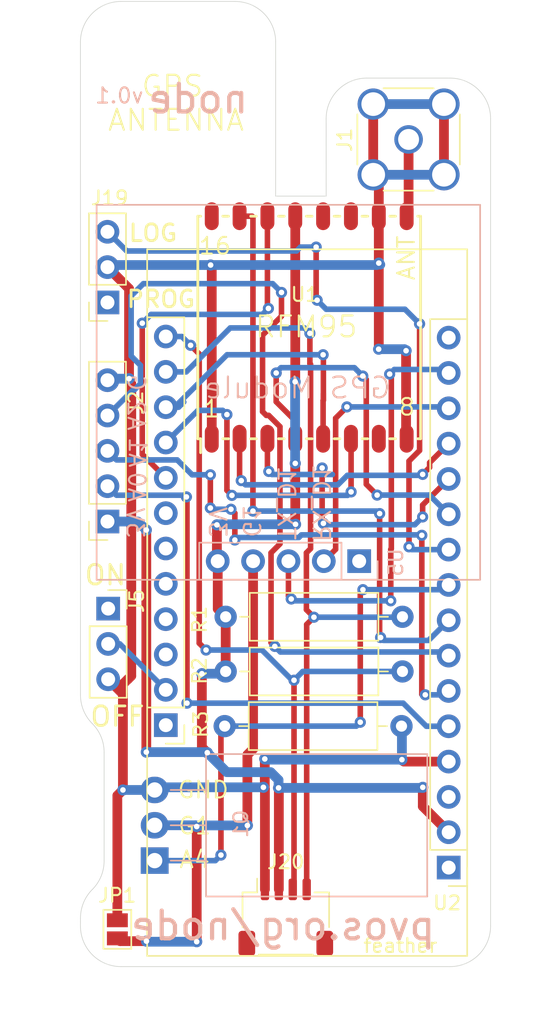
<source format=kicad_pcb>
(kicad_pcb (version 20171130) (host pcbnew 5.1.12-84ad8e8a86~92~ubuntu18.04.1)

  (general
    (thickness 1.6)
    (drawings 50)
    (tracks 357)
    (zones 0)
    (modules 13)
    (nets 22)
  )

  (page A4)
  (layers
    (0 F.Cu signal)
    (31 B.Cu signal)
    (32 B.Adhes user)
    (33 F.Adhes user)
    (34 B.Paste user)
    (35 F.Paste user)
    (36 B.SilkS user)
    (37 F.SilkS user)
    (38 B.Mask user)
    (39 F.Mask user)
    (40 Dwgs.User user)
    (41 Cmts.User user)
    (42 Eco1.User user)
    (43 Eco2.User user)
    (44 Edge.Cuts user)
    (45 Margin user)
    (46 B.CrtYd user)
    (47 F.CrtYd user)
    (48 B.Fab user)
    (49 F.Fab user)
  )

  (setup
    (last_trace_width 0.25)
    (user_trace_width 0.4)
    (user_trace_width 0.7)
    (trace_clearance 0.2)
    (zone_clearance 0.508)
    (zone_45_only no)
    (trace_min 0.2)
    (via_size 0.8)
    (via_drill 0.4)
    (via_min_size 0.4)
    (via_min_drill 0.3)
    (user_via 3 2)
    (uvia_size 0.3)
    (uvia_drill 0.1)
    (uvias_allowed no)
    (uvia_min_size 0.2)
    (uvia_min_drill 0.1)
    (edge_width 0.05)
    (segment_width 0.2)
    (pcb_text_width 0.3)
    (pcb_text_size 1.5 1.5)
    (mod_edge_width 0.12)
    (mod_text_size 1 1)
    (mod_text_width 0.15)
    (pad_size 5.4 5.4)
    (pad_drill 2.7)
    (pad_to_mask_clearance 0.05)
    (aux_axis_origin 0 0)
    (visible_elements FFFFFFFF)
    (pcbplotparams
      (layerselection 0x010fc_ffffffff)
      (usegerberextensions false)
      (usegerberattributes true)
      (usegerberadvancedattributes true)
      (creategerberjobfile true)
      (excludeedgelayer true)
      (linewidth 0.100000)
      (plotframeref false)
      (viasonmask false)
      (mode 1)
      (useauxorigin false)
      (hpglpennumber 1)
      (hpglpenspeed 20)
      (hpglpendiameter 15.000000)
      (psnegative false)
      (psa4output false)
      (plotreference true)
      (plotvalue true)
      (plotinvisibletext false)
      (padsonsilk false)
      (subtractmaskfromsilk false)
      (outputformat 1)
      (mirror false)
      (drillshape 0)
      (scaleselection 1)
      (outputdirectory "gerber/"))
  )

  (net 0 "")
  (net 1 GND)
  (net 2 +3V3)
  (net 3 SDA)
  (net 4 SCL)
  (net 5 D9)
  (net 6 A0)
  (net 7 A5)
  (net 8 POWER_1)
  (net 9 RX_D0)
  (net 10 TX_D1)
  (net 11 A2)
  (net 12 "Net-(J1-Pad1)")
  (net 13 EN)
  (net 14 SCK)
  (net 15 MOSI)
  (net 16 A1)
  (net 17 MISO)
  (net 18 D6)
  (net 19 A4)
  (net 20 A3)
  (net 21 D5)

  (net_class Default "This is the default net class."
    (clearance 0.2)
    (trace_width 0.25)
    (via_dia 0.8)
    (via_drill 0.4)
    (uvia_dia 0.3)
    (uvia_drill 0.1)
    (add_net +3V3)
    (add_net A0)
    (add_net A1)
    (add_net A2)
    (add_net A3)
    (add_net A4)
    (add_net A5)
    (add_net D5)
    (add_net D6)
    (add_net D9)
    (add_net EN)
    (add_net GND)
    (add_net MISO)
    (add_net MOSI)
    (add_net "Net-(J1-Pad1)")
    (add_net POWER_1)
    (add_net RX_D0)
    (add_net SCK)
    (add_net SCL)
    (add_net SDA)
    (add_net TX_D1)
  )

  (module Connector_PinSocket_2.54mm:PinSocket_1x05_P2.54mm_Vertical (layer F.Cu) (tedit 5A19A420) (tstamp 61DBBAD3)
    (at 23.55 125.43 180)
    (descr "Through hole straight socket strip, 1x05, 2.54mm pitch, single row (from Kicad 4.0.7), script generated")
    (tags "Through hole socket strip THT 1x05 2.54mm single row")
    (path /61EF5D35)
    (fp_text reference J2 (at -2.04 8.54 90) (layer F.SilkS)
      (effects (font (size 1 1) (thickness 0.15)))
    )
    (fp_text value Conn_01x05_Female (at 0 12.93) (layer F.Fab)
      (effects (font (size 1 1) (thickness 0.15)))
    )
    (fp_line (start -1.8 11.9) (end -1.8 -1.8) (layer F.CrtYd) (width 0.05))
    (fp_line (start 1.75 11.9) (end -1.8 11.9) (layer F.CrtYd) (width 0.05))
    (fp_line (start 1.75 -1.8) (end 1.75 11.9) (layer F.CrtYd) (width 0.05))
    (fp_line (start -1.8 -1.8) (end 1.75 -1.8) (layer F.CrtYd) (width 0.05))
    (fp_line (start 0 -1.33) (end 1.33 -1.33) (layer F.SilkS) (width 0.12))
    (fp_line (start 1.33 -1.33) (end 1.33 0) (layer F.SilkS) (width 0.12))
    (fp_line (start 1.33 1.27) (end 1.33 11.49) (layer F.SilkS) (width 0.12))
    (fp_line (start -1.33 11.49) (end 1.33 11.49) (layer F.SilkS) (width 0.12))
    (fp_line (start -1.33 1.27) (end -1.33 11.49) (layer F.SilkS) (width 0.12))
    (fp_line (start -1.33 1.27) (end 1.33 1.27) (layer F.SilkS) (width 0.12))
    (fp_line (start -1.27 11.43) (end -1.27 -1.27) (layer F.Fab) (width 0.1))
    (fp_line (start 1.27 11.43) (end -1.27 11.43) (layer F.Fab) (width 0.1))
    (fp_line (start 1.27 -0.635) (end 1.27 11.43) (layer F.Fab) (width 0.1))
    (fp_line (start 0.635 -1.27) (end 1.27 -0.635) (layer F.Fab) (width 0.1))
    (fp_line (start -1.27 -1.27) (end 0.635 -1.27) (layer F.Fab) (width 0.1))
    (fp_text user %R (at 0 5.08 90) (layer F.Fab)
      (effects (font (size 1 1) (thickness 0.15)))
    )
    (pad 5 thru_hole oval (at 0 10.16 180) (size 1.7 1.7) (drill 1) (layers *.Cu *.Mask)
      (net 1 GND))
    (pad 4 thru_hole oval (at 0 7.62 180) (size 1.7 1.7) (drill 1) (layers *.Cu *.Mask)
      (net 11 A2))
    (pad 3 thru_hole oval (at 0 5.08 180) (size 1.7 1.7) (drill 1) (layers *.Cu *.Mask)
      (net 16 A1))
    (pad 2 thru_hole oval (at 0 2.54 180) (size 1.7 1.7) (drill 1) (layers *.Cu *.Mask)
      (net 6 A0))
    (pad 1 thru_hole rect (at 0 0 180) (size 1.7 1.7) (drill 1) (layers *.Cu *.Mask)
      (net 2 +3V3))
    (model ${KISYS3DMOD}/Connector_PinSocket_2.54mm.3dshapes/PinSocket_1x05_P2.54mm_Vertical.wrl
      (at (xyz 0 0 0))
      (scale (xyz 1 1 1))
      (rotate (xyz 0 0 0))
    )
  )

  (module Package_TO_SOT_THT:TO-220-3_Horizontal_TabDown (layer B.Cu) (tedit 5AC8BA0D) (tstamp 61DB5535)
    (at 26.94 149.81 90)
    (descr "TO-220-3, Horizontal, RM 2.54mm, see https://www.vishay.com/docs/66542/to-220-1.pdf")
    (tags "TO-220-3 Horizontal RM 2.54mm")
    (path /61C12A63)
    (fp_text reference Q1 (at 2.64 6.19 270) (layer B.SilkS)
      (effects (font (size 1 1) (thickness 0.15)) (justify mirror))
    )
    (fp_text value Q_NMOS_GDS (at 2.54 -2 90) (layer B.Fab)
      (effects (font (size 1 1) (thickness 0.15)) (justify mirror))
    )
    (fp_line (start 7.79 19.71) (end -2.71 19.71) (layer B.CrtYd) (width 0.05))
    (fp_line (start 7.79 -1.25) (end 7.79 19.71) (layer B.CrtYd) (width 0.05))
    (fp_line (start -2.71 -1.25) (end 7.79 -1.25) (layer B.CrtYd) (width 0.05))
    (fp_line (start -2.71 19.71) (end -2.71 -1.25) (layer B.CrtYd) (width 0.05))
    (fp_line (start 5.08 3.69) (end 5.08 1.15) (layer B.SilkS) (width 0.12))
    (fp_line (start 2.54 3.69) (end 2.54 1.15) (layer B.SilkS) (width 0.12))
    (fp_line (start 0 3.69) (end 0 1.15) (layer B.SilkS) (width 0.12))
    (fp_line (start 7.66 19.58) (end 7.66 3.69) (layer B.SilkS) (width 0.12))
    (fp_line (start -2.58 19.58) (end -2.58 3.69) (layer B.SilkS) (width 0.12))
    (fp_line (start -2.58 19.58) (end 7.66 19.58) (layer B.SilkS) (width 0.12))
    (fp_line (start -2.58 3.69) (end 7.66 3.69) (layer B.SilkS) (width 0.12))
    (fp_line (start 5.08 3.81) (end 5.08 0) (layer B.Fab) (width 0.1))
    (fp_line (start 2.54 3.81) (end 2.54 0) (layer B.Fab) (width 0.1))
    (fp_line (start 0 3.81) (end 0 0) (layer B.Fab) (width 0.1))
    (fp_line (start 7.54 3.81) (end -2.46 3.81) (layer B.Fab) (width 0.1))
    (fp_line (start 7.54 13.06) (end 7.54 3.81) (layer B.Fab) (width 0.1))
    (fp_line (start -2.46 13.06) (end 7.54 13.06) (layer B.Fab) (width 0.1))
    (fp_line (start -2.46 3.81) (end -2.46 13.06) (layer B.Fab) (width 0.1))
    (fp_line (start 7.54 13.06) (end -2.46 13.06) (layer B.Fab) (width 0.1))
    (fp_line (start 7.54 19.46) (end 7.54 13.06) (layer B.Fab) (width 0.1))
    (fp_line (start -2.46 19.46) (end 7.54 19.46) (layer B.Fab) (width 0.1))
    (fp_line (start -2.46 13.06) (end -2.46 19.46) (layer B.Fab) (width 0.1))
    (fp_circle (center 2.54 16.66) (end 4.39 16.66) (layer B.Fab) (width 0.1))
    (fp_text user %R (at 2.54 20.58 90) (layer B.Fab)
      (effects (font (size 1 1) (thickness 0.15)) (justify mirror))
    )
    (pad 3 thru_hole oval (at 5.08 0 90) (size 1.905 2) (drill 1.1) (layers *.Cu *.Mask)
      (net 1 GND))
    (pad 2 thru_hole oval (at 2.54 0 90) (size 1.905 2) (drill 1.1) (layers *.Cu *.Mask)
      (net 8 POWER_1))
    (pad 1 thru_hole rect (at 0 0 90) (size 1.905 2) (drill 1.1) (layers *.Cu *.Mask)
      (net 19 A4))
    (pad "" np_thru_hole oval (at 2.54 16.66 90) (size 3.5 3.5) (drill 3.5) (layers *.Cu *.Mask))
    (model ${KISYS3DMOD}/Package_TO_SOT_THT.3dshapes/TO-220-3_Horizontal_TabDown.wrl
      (at (xyz 0 0 0))
      (scale (xyz 1 1 1))
      (rotate (xyz 0 0 0))
    )
  )

  (module Resistor_THT:R_Axial_DIN0309_L9.0mm_D3.2mm_P12.70mm_Horizontal (layer F.Cu) (tedit 5AE5139B) (tstamp 61DB55A4)
    (at 31.97 140.14)
    (descr "Resistor, Axial_DIN0309 series, Axial, Horizontal, pin pitch=12.7mm, 0.5W = 1/2W, length*diameter=9*3.2mm^2, http://cdn-reichelt.de/documents/datenblatt/B400/1_4W%23YAG.pdf")
    (tags "Resistor Axial_DIN0309 series Axial Horizontal pin pitch 12.7mm 0.5W = 1/2W length 9mm diameter 3.2mm")
    (path /61C43F0B)
    (fp_text reference R3 (at -1.72 -0.13 270) (layer F.SilkS)
      (effects (font (size 1 1) (thickness 0.15)))
    )
    (fp_text value 10K (at 6.35 2.72) (layer F.Fab)
      (effects (font (size 1 1) (thickness 0.15)))
    )
    (fp_line (start 13.75 -1.85) (end -1.05 -1.85) (layer F.CrtYd) (width 0.05))
    (fp_line (start 13.75 1.85) (end 13.75 -1.85) (layer F.CrtYd) (width 0.05))
    (fp_line (start -1.05 1.85) (end 13.75 1.85) (layer F.CrtYd) (width 0.05))
    (fp_line (start -1.05 -1.85) (end -1.05 1.85) (layer F.CrtYd) (width 0.05))
    (fp_line (start 11.66 0) (end 10.97 0) (layer F.SilkS) (width 0.12))
    (fp_line (start 1.04 0) (end 1.73 0) (layer F.SilkS) (width 0.12))
    (fp_line (start 10.97 -1.72) (end 1.73 -1.72) (layer F.SilkS) (width 0.12))
    (fp_line (start 10.97 1.72) (end 10.97 -1.72) (layer F.SilkS) (width 0.12))
    (fp_line (start 1.73 1.72) (end 10.97 1.72) (layer F.SilkS) (width 0.12))
    (fp_line (start 1.73 -1.72) (end 1.73 1.72) (layer F.SilkS) (width 0.12))
    (fp_line (start 12.7 0) (end 10.85 0) (layer F.Fab) (width 0.1))
    (fp_line (start 0 0) (end 1.85 0) (layer F.Fab) (width 0.1))
    (fp_line (start 10.85 -1.6) (end 1.85 -1.6) (layer F.Fab) (width 0.1))
    (fp_line (start 10.85 1.6) (end 10.85 -1.6) (layer F.Fab) (width 0.1))
    (fp_line (start 1.85 1.6) (end 10.85 1.6) (layer F.Fab) (width 0.1))
    (fp_line (start 1.85 -1.6) (end 1.85 1.6) (layer F.Fab) (width 0.1))
    (fp_text user %R (at 6.35 0) (layer F.Fab)
      (effects (font (size 1 1) (thickness 0.15)))
    )
    (pad 2 thru_hole oval (at 12.7 0) (size 1.6 1.6) (drill 0.8) (layers *.Cu *.Mask)
      (net 1 GND))
    (pad 1 thru_hole circle (at 0 0) (size 1.6 1.6) (drill 0.8) (layers *.Cu *.Mask)
      (net 19 A4))
    (model ${KISYS3DMOD}/Resistor_THT.3dshapes/R_Axial_DIN0309_L9.0mm_D3.2mm_P12.70mm_Horizontal.wrl
      (at (xyz 0 0 0))
      (scale (xyz 1 1 1))
      (rotate (xyz 0 0 0))
    )
  )

  (module Jumper:SolderJumper-2_P1.3mm_Open_Pad1.0x1.5mm (layer F.Cu) (tedit 5A3EABFC) (tstamp 61DB54F0)
    (at 24.26 154.75 270)
    (descr "SMD Solder Jumper, 1x1.5mm Pads, 0.3mm gap, open")
    (tags "solder jumper open")
    (path /61EFFD06)
    (attr virtual)
    (fp_text reference JP1 (at -2.44 0.01 180) (layer F.SilkS)
      (effects (font (size 1 1) (thickness 0.15)))
    )
    (fp_text value Jumper_NO_Small (at 0 1.9 90) (layer F.Fab)
      (effects (font (size 1 1) (thickness 0.15)))
    )
    (fp_line (start 1.65 1.25) (end -1.65 1.25) (layer F.CrtYd) (width 0.05))
    (fp_line (start 1.65 1.25) (end 1.65 -1.25) (layer F.CrtYd) (width 0.05))
    (fp_line (start -1.65 -1.25) (end -1.65 1.25) (layer F.CrtYd) (width 0.05))
    (fp_line (start -1.65 -1.25) (end 1.65 -1.25) (layer F.CrtYd) (width 0.05))
    (fp_line (start -1.4 -1) (end 1.4 -1) (layer F.SilkS) (width 0.12))
    (fp_line (start 1.4 -1) (end 1.4 1) (layer F.SilkS) (width 0.12))
    (fp_line (start 1.4 1) (end -1.4 1) (layer F.SilkS) (width 0.12))
    (fp_line (start -1.4 1) (end -1.4 -1) (layer F.SilkS) (width 0.12))
    (pad 1 smd rect (at -0.65 0 270) (size 1 1.5) (layers F.Cu F.Mask)
      (net 1 GND))
    (pad 2 smd rect (at 0.65 0 270) (size 1 1.5) (layers F.Cu F.Mask)
      (net 8 POWER_1))
  )

  (module footprints:RFM95 (layer F.Cu) (tedit 585E5D4C) (tstamp 61DA13D0)
    (at 31.04 119.48 90)
    (path /61D2BB57)
    (fp_text reference U1 (at 10.37 6.68 180) (layer F.SilkS)
      (effects (font (size 1 1) (thickness 0.15)))
    )
    (fp_text value RFM95HW (at 13.5 -1.8 90) (layer F.Fab)
      (effects (font (size 1 1) (thickness 0.15)))
    )
    (fp_line (start 0 15) (end 0 14.8) (layer F.SilkS) (width 0.2))
    (fp_line (start 16 15) (end 0 15) (layer F.SilkS) (width 0.2))
    (fp_line (start 16 14.8) (end 16 15) (layer F.SilkS) (width 0.2))
    (fp_line (start 16 12.8) (end 16 13.2) (layer F.SilkS) (width 0.2))
    (fp_line (start 16 10.8) (end 16 11.2) (layer F.SilkS) (width 0.2))
    (fp_line (start 16 8.8) (end 16 9.2) (layer F.SilkS) (width 0.2))
    (fp_line (start 16 6.8) (end 16 7.2) (layer F.SilkS) (width 0.2))
    (fp_line (start 16 4.8) (end 16 5.2) (layer F.SilkS) (width 0.2))
    (fp_line (start 16 2.8) (end 16 3.2) (layer F.SilkS) (width 0.2))
    (fp_line (start 16 0.8) (end 16 1.2) (layer F.SilkS) (width 0.2))
    (fp_line (start 16 -1) (end 16 -0.8) (layer F.SilkS) (width 0.2))
    (fp_line (start 0 12.8) (end 0 13.2) (layer F.SilkS) (width 0.2))
    (fp_line (start 0 -0.8) (end 0 -1) (layer F.SilkS) (width 0.2))
    (fp_line (start -1 -0.8) (end 0 -0.8) (layer F.SilkS) (width 0.2))
    (fp_line (start 0 1.2) (end 0 0.8) (layer F.SilkS) (width 0.2))
    (fp_line (start 0 3.2) (end 0 2.8) (layer F.SilkS) (width 0.2))
    (fp_line (start 0 4.8) (end 0 5.2) (layer F.SilkS) (width 0.2))
    (fp_line (start 0 6.8) (end 0 7.2) (layer F.SilkS) (width 0.2))
    (fp_line (start 0 8.8) (end 0 9.2) (layer F.SilkS) (width 0.2))
    (fp_line (start 0 10.8) (end 0 11.2) (layer F.SilkS) (width 0.2))
    (fp_line (start 0 -1) (end 16 -1) (layer F.SilkS) (width 0.2))
    (pad 1 smd oval (at 0 0 90) (size 2 1) (layers F.Cu F.Paste F.Mask)
      (net 1 GND))
    (pad 2 smd oval (at 0 2 90) (size 2 1) (layers F.Cu F.Paste F.Mask)
      (net 17 MISO))
    (pad 3 smd oval (at 0 4 90) (size 2 1) (layers F.Cu F.Paste F.Mask)
      (net 15 MOSI))
    (pad 4 smd oval (at 0 6 90) (size 2 1) (layers F.Cu F.Paste F.Mask)
      (net 14 SCK))
    (pad 5 smd oval (at 0 8 90) (size 2 1) (layers F.Cu F.Paste F.Mask)
      (net 21 D5))
    (pad 6 smd oval (at 0 10 90) (size 2 1) (layers F.Cu F.Paste F.Mask)
      (net 18 D6))
    (pad 7 smd oval (at 0 12 90) (size 2 1) (layers F.Cu F.Paste F.Mask))
    (pad 8 smd oval (at 0 14 90) (size 2 1) (layers F.Cu F.Paste F.Mask)
      (net 1 GND))
    (pad 9 smd oval (at 16 14 90) (size 2 1) (layers F.Cu F.Paste F.Mask)
      (net 12 "Net-(J1-Pad1)"))
    (pad 10 smd oval (at 16 12 90) (size 2 1) (layers F.Cu F.Paste F.Mask)
      (net 1 GND))
    (pad 11 smd oval (at 16 10 90) (size 2 1) (layers F.Cu F.Paste F.Mask))
    (pad 12 smd oval (at 16 8 90) (size 2 1) (layers F.Cu F.Paste F.Mask))
    (pad 13 smd oval (at 16 6 90) (size 2 1) (layers F.Cu F.Paste F.Mask)
      (net 2 +3V3))
    (pad 14 smd oval (at 16 4 90) (size 2 1) (layers F.Cu F.Paste F.Mask)
      (net 5 D9))
    (pad 15 smd oval (at 16 2 90) (size 2 1) (layers F.Cu F.Paste F.Mask)
      (net 20 A3))
    (pad 16 smd oval (at 16 0 90) (size 2 1) (layers F.Cu F.Paste F.Mask))
  )

  (module Connector_JST:JST_SH_SM04B-SRSS-TB_1x04-1MP_P1.00mm_Horizontal (layer F.Cu) (tedit 5B78AD87) (tstamp 61D9FB0C)
    (at 36.36 153.88)
    (descr "JST SH series connector, SM04B-SRSS-TB (http://www.jst-mfg.com/product/pdf/eng/eSH.pdf), generated with kicad-footprint-generator")
    (tags "connector JST SH top entry")
    (path /61C7347D)
    (attr smd)
    (fp_text reference J20 (at 0 -3.98) (layer F.SilkS)
      (effects (font (size 1 1) (thickness 0.15)))
    )
    (fp_text value Conn_01x04_Female (at 0 3.98) (layer F.Fab)
      (effects (font (size 1 1) (thickness 0.15)))
    )
    (fp_line (start -3 -1.675) (end 3 -1.675) (layer F.Fab) (width 0.1))
    (fp_line (start -3.11 0.715) (end -3.11 -1.785) (layer F.SilkS) (width 0.12))
    (fp_line (start -3.11 -1.785) (end -2.06 -1.785) (layer F.SilkS) (width 0.12))
    (fp_line (start -2.06 -1.785) (end -2.06 -2.775) (layer F.SilkS) (width 0.12))
    (fp_line (start 3.11 0.715) (end 3.11 -1.785) (layer F.SilkS) (width 0.12))
    (fp_line (start 3.11 -1.785) (end 2.06 -1.785) (layer F.SilkS) (width 0.12))
    (fp_line (start -1.94 2.685) (end 1.94 2.685) (layer F.SilkS) (width 0.12))
    (fp_line (start -3 2.575) (end 3 2.575) (layer F.Fab) (width 0.1))
    (fp_line (start -3 -1.675) (end -3 2.575) (layer F.Fab) (width 0.1))
    (fp_line (start 3 -1.675) (end 3 2.575) (layer F.Fab) (width 0.1))
    (fp_line (start -3.9 -3.28) (end -3.9 3.28) (layer F.CrtYd) (width 0.05))
    (fp_line (start -3.9 3.28) (end 3.9 3.28) (layer F.CrtYd) (width 0.05))
    (fp_line (start 3.9 3.28) (end 3.9 -3.28) (layer F.CrtYd) (width 0.05))
    (fp_line (start 3.9 -3.28) (end -3.9 -3.28) (layer F.CrtYd) (width 0.05))
    (fp_line (start -2 -1.675) (end -1.5 -0.967893) (layer F.Fab) (width 0.1))
    (fp_line (start -1.5 -0.967893) (end -1 -1.675) (layer F.Fab) (width 0.1))
    (fp_text user %R (at 0 0) (layer F.Fab)
      (effects (font (size 1 1) (thickness 0.15)))
    )
    (pad 1 smd roundrect (at -1.5 -2) (size 0.6 1.55) (layers F.Cu F.Paste F.Mask) (roundrect_rratio 0.25)
      (net 1 GND))
    (pad 2 smd roundrect (at -0.5 -2) (size 0.6 1.55) (layers F.Cu F.Paste F.Mask) (roundrect_rratio 0.25)
      (net 2 +3V3))
    (pad 3 smd roundrect (at 0.5 -2) (size 0.6 1.55) (layers F.Cu F.Paste F.Mask) (roundrect_rratio 0.25)
      (net 3 SDA))
    (pad 4 smd roundrect (at 1.5 -2) (size 0.6 1.55) (layers F.Cu F.Paste F.Mask) (roundrect_rratio 0.25)
      (net 4 SCL))
    (pad MP smd roundrect (at -2.8 1.875) (size 1.2 1.8) (layers F.Cu F.Paste F.Mask) (roundrect_rratio 0.208333))
    (pad MP smd roundrect (at 2.8 1.875) (size 1.2 1.8) (layers F.Cu F.Paste F.Mask) (roundrect_rratio 0.208333))
    (model ${KISYS3DMOD}/Connector_JST.3dshapes/JST_SH_SM04B-SRSS-TB_1x04-1MP_P1.00mm_Horizontal.wrl
      (at (xyz 0 0 0))
      (scale (xyz 1 1 1))
      (rotate (xyz 0 0 0))
    )
  )

  (module footprints:feather (layer F.Cu) (tedit 61D26A72) (tstamp 61D407E0)
    (at 48.06 150.31 180)
    (descr "Through hole straight pin header, 1x16, 2.54mm pitch, single row")
    (tags "Through hole pin header THT 1x16 2.54mm single row")
    (path /61D308E3)
    (fp_text reference U2 (at 0.11308 -2.54572) (layer F.SilkS)
      (effects (font (size 1 1) (thickness 0.15)))
    )
    (fp_text value feather (at 0 40.43) (layer F.Fab)
      (effects (font (size 1 1) (thickness 0.15)))
    )
    (fp_line (start -1.33 44.45) (end 21.66 44.45) (layer F.SilkS) (width 0.12))
    (fp_line (start 21.66 -6.35) (end -1.33 -6.35) (layer F.SilkS) (width 0.12))
    (fp_line (start 21.66 44.45) (end 21.66 -6.35) (layer F.SilkS) (width 0.12))
    (fp_line (start -1.33 44.45) (end -1.33 -6.35) (layer F.SilkS) (width 0.12))
    (fp_line (start 21.59 8.97) (end 21.59 39.55) (layer F.Fab) (width 0.1))
    (fp_line (start 21.6 39.55) (end 19.06 39.55) (layer F.Fab) (width 0.1))
    (fp_line (start 22.12 39.94) (end 22.12 8.44) (layer F.CrtYd) (width 0.05))
    (fp_line (start 18.99 39.56) (end 21.65 39.56) (layer F.SilkS) (width 0.12))
    (fp_line (start 22.12 8.44) (end 18.52 8.44) (layer F.CrtYd) (width 0.05))
    (fp_line (start 18.52 8.44) (end 18.52 39.94) (layer F.CrtYd) (width 0.05))
    (fp_line (start 18.99 8.91) (end 20.32 8.91) (layer F.SilkS) (width 0.12))
    (fp_line (start 18.52 39.94) (end 22.12 39.94) (layer F.CrtYd) (width 0.05))
    (fp_line (start 18.99 11.51) (end 21.65 11.51) (layer F.SilkS) (width 0.12))
    (fp_line (start 18.99 11.51) (end 18.99 39.56) (layer F.SilkS) (width 0.12))
    (fp_line (start 19.05 39.5) (end 19.05 9.605) (layer F.Fab) (width 0.1))
    (fp_line (start 19.05 9.605) (end 19.685 8.97) (layer F.Fab) (width 0.1))
    (fp_line (start 19.685 8.97) (end 21.59 8.97) (layer F.Fab) (width 0.1))
    (fp_line (start 21.65 11.51) (end 21.65 39.56) (layer F.SilkS) (width 0.12))
    (fp_line (start 18.99 10.24) (end 18.99 8.91) (layer F.SilkS) (width 0.12))
    (fp_line (start -0.635 -1.27) (end 1.27 -1.27) (layer F.Fab) (width 0.1))
    (fp_line (start 1.27 -1.27) (end 1.27 39.37) (layer F.Fab) (width 0.1))
    (fp_line (start 1.27 39.37) (end -1.27 39.37) (layer F.Fab) (width 0.1))
    (fp_line (start -1.27 39.37) (end -1.27 -0.635) (layer F.Fab) (width 0.1))
    (fp_line (start -1.27 -0.635) (end -0.635 -1.27) (layer F.Fab) (width 0.1))
    (fp_line (start -1.33 39.43) (end 1.33 39.43) (layer F.SilkS) (width 0.12))
    (fp_line (start 1.33 1.27) (end 1.33 39.43) (layer F.SilkS) (width 0.12))
    (fp_line (start -1.33 1.27) (end 1.33 1.27) (layer F.SilkS) (width 0.12))
    (fp_line (start -1.33 0) (end -1.33 -1.33) (layer F.SilkS) (width 0.12))
    (fp_line (start -1.33 -1.33) (end 0 -1.33) (layer F.SilkS) (width 0.12))
    (fp_line (start -1.8 -1.8) (end -1.8 39.9) (layer F.CrtYd) (width 0.05))
    (fp_line (start -1.8 39.9) (end 1.8 39.9) (layer F.CrtYd) (width 0.05))
    (fp_line (start 1.8 39.9) (end 1.8 -1.8) (layer F.CrtYd) (width 0.05))
    (fp_line (start 1.8 -1.8) (end -1.8 -1.8) (layer F.CrtYd) (width 0.05))
    (fp_text user feather (at 3.47 -5.61) (layer F.SilkS)
      (effects (font (size 1 1) (thickness 0.15)))
    )
    (fp_text user %R (at 20.32 29.29 90) (layer F.Fab)
      (effects (font (size 1 1) (thickness 0.15)))
    )
    (fp_text user %R (at 0 19.05 90) (layer F.Fab)
      (effects (font (size 1 1) (thickness 0.15)))
    )
    (pad 3 thru_hole oval (at 20.32 15.32 180) (size 1.7 1.7) (drill 1) (layers *.Cu *.Mask))
    (pad 1 thru_hole rect (at 20.32 10.24 180) (size 1.7 1.7) (drill 1) (layers *.Cu *.Mask))
    (pad 8 thru_hole oval (at 20.32 28.02 180) (size 1.7 1.7) (drill 1) (layers *.Cu *.Mask)
      (net 5 D9))
    (pad 11 thru_hole oval (at 20.32 35.64 180) (size 1.7 1.7) (drill 1) (layers *.Cu *.Mask)
      (net 4 SCL))
    (pad 2 thru_hole oval (at 20.32 12.78 180) (size 1.7 1.7) (drill 1) (layers *.Cu *.Mask)
      (net 13 EN))
    (pad 6 thru_hole oval (at 20.32 22.94 180) (size 1.7 1.7) (drill 1) (layers *.Cu *.Mask))
    (pad 7 thru_hole oval (at 20.32 25.48 180) (size 1.7 1.7) (drill 1) (layers *.Cu *.Mask))
    (pad 12 thru_hole oval (at 20.32 38.18 180) (size 1.7 1.7) (drill 1) (layers *.Cu *.Mask)
      (net 3 SDA))
    (pad 9 thru_hole oval (at 20.32 30.56 180) (size 1.7 1.7) (drill 1) (layers *.Cu *.Mask)
      (net 18 D6))
    (pad 10 thru_hole oval (at 20.32 33.1 180) (size 1.7 1.7) (drill 1) (layers *.Cu *.Mask)
      (net 21 D5))
    (pad 4 thru_hole oval (at 20.32 17.86 180) (size 1.7 1.7) (drill 1) (layers *.Cu *.Mask))
    (pad 5 thru_hole oval (at 20.32 20.4 180) (size 1.7 1.7) (drill 1) (layers *.Cu *.Mask))
    (pad 13 thru_hole rect (at 0 0 180) (size 1.7 1.7) (drill 1) (layers *.Cu *.Mask))
    (pad 14 thru_hole oval (at 0 2.54 180) (size 1.7 1.7) (drill 1) (layers *.Cu *.Mask)
      (net 2 +3V3))
    (pad 15 thru_hole oval (at 0 5.08 180) (size 1.7 1.7) (drill 1) (layers *.Cu *.Mask))
    (pad 16 thru_hole oval (at 0 7.62 180) (size 1.7 1.7) (drill 1) (layers *.Cu *.Mask)
      (net 1 GND))
    (pad 17 thru_hole oval (at 0 10.16 180) (size 1.7 1.7) (drill 1) (layers *.Cu *.Mask)
      (net 6 A0))
    (pad 18 thru_hole oval (at 0 12.7 180) (size 1.7 1.7) (drill 1) (layers *.Cu *.Mask)
      (net 16 A1))
    (pad 19 thru_hole oval (at 0 15.24 180) (size 1.7 1.7) (drill 1) (layers *.Cu *.Mask)
      (net 11 A2))
    (pad 20 thru_hole oval (at 0 17.78 180) (size 1.7 1.7) (drill 1) (layers *.Cu *.Mask)
      (net 20 A3))
    (pad 21 thru_hole oval (at 0 20.32 180) (size 1.7 1.7) (drill 1) (layers *.Cu *.Mask)
      (net 19 A4))
    (pad 22 thru_hole oval (at 0 22.86 180) (size 1.7 1.7) (drill 1) (layers *.Cu *.Mask)
      (net 7 A5))
    (pad 23 thru_hole oval (at 0 25.4 180) (size 1.7 1.7) (drill 1) (layers *.Cu *.Mask)
      (net 14 SCK))
    (pad 24 thru_hole oval (at 0 27.94 180) (size 1.7 1.7) (drill 1) (layers *.Cu *.Mask)
      (net 15 MOSI))
    (pad 25 thru_hole oval (at 0 30.48 180) (size 1.7 1.7) (drill 1) (layers *.Cu *.Mask)
      (net 17 MISO))
    (pad 26 thru_hole oval (at 0 33.02 180) (size 1.7 1.7) (drill 1) (layers *.Cu *.Mask)
      (net 9 RX_D0))
    (pad 27 thru_hole oval (at 0 35.56 180) (size 1.7 1.7) (drill 1) (layers *.Cu *.Mask)
      (net 10 TX_D1))
    (pad 28 thru_hole oval (at 0 38.1 180) (size 1.7 1.7) (drill 1) (layers *.Cu *.Mask))
    (model ${KICAD6_3DMODEL_DIR}/Connector_PinHeader_2.54mm.3dshapes/PinHeader_1x16_P2.54mm_Vertical.wrl
      (at (xyz 0 0 0))
      (scale (xyz 1 1 1))
      (rotate (xyz 0 0 0))
    )
  )

  (module Connector_Coaxial:SMA_Amphenol_132134_Vertical (layer F.Cu) (tedit 5B2F4DB6) (tstamp 61D48EDB)
    (at 45.18 97.96)
    (descr https://www.amphenolrf.com/downloads/dl/file/id/2187/product/2843/132134_customer_drawing.pdf)
    (tags "SMA THT Female Jack Vertical ExtendedLegs")
    (path /61DED342)
    (fp_text reference J1 (at -4.57992 0.03056 90) (layer F.SilkS)
      (effects (font (size 1 1) (thickness 0.15)))
    )
    (fp_text value Conn_Coaxial (at 0 5) (layer F.Fab)
      (effects (font (size 1 1) (thickness 0.15)))
    )
    (fp_circle (center 0 0) (end 3.175 0) (layer F.Fab) (width 0.1))
    (fp_line (start 4.17 4.17) (end -4.17 4.17) (layer F.CrtYd) (width 0.05))
    (fp_line (start 4.17 4.17) (end 4.17 -4.17) (layer F.CrtYd) (width 0.05))
    (fp_line (start -4.17 -4.17) (end -4.17 4.17) (layer F.CrtYd) (width 0.05))
    (fp_line (start -4.17 -4.17) (end 4.17 -4.17) (layer F.CrtYd) (width 0.05))
    (fp_line (start -3.5 -3.5) (end 3.5 -3.5) (layer F.Fab) (width 0.1))
    (fp_line (start -3.5 -3.5) (end -3.5 3.5) (layer F.Fab) (width 0.1))
    (fp_line (start -3.5 3.5) (end 3.5 3.5) (layer F.Fab) (width 0.1))
    (fp_line (start 3.5 -3.5) (end 3.5 3.5) (layer F.Fab) (width 0.1))
    (fp_line (start -3.68 -1.8) (end -3.68 1.8) (layer F.SilkS) (width 0.12))
    (fp_line (start 3.68 -1.8) (end 3.68 1.8) (layer F.SilkS) (width 0.12))
    (fp_line (start -1.8 3.68) (end 1.8 3.68) (layer F.SilkS) (width 0.12))
    (fp_line (start -1.8 -3.68) (end 1.8 -3.68) (layer F.SilkS) (width 0.12))
    (fp_text user %R (at 0 0) (layer F.Fab)
      (effects (font (size 1 1) (thickness 0.15)))
    )
    (pad 2 thru_hole circle (at -2.54 2.54) (size 2.25 2.25) (drill 1.7) (layers *.Cu *.Mask)
      (net 1 GND))
    (pad 2 thru_hole circle (at -2.54 -2.54) (size 2.25 2.25) (drill 1.7) (layers *.Cu *.Mask)
      (net 1 GND))
    (pad 2 thru_hole circle (at 2.54 -2.54) (size 2.25 2.25) (drill 1.7) (layers *.Cu *.Mask)
      (net 1 GND))
    (pad 2 thru_hole circle (at 2.54 2.54) (size 2.25 2.25) (drill 1.7) (layers *.Cu *.Mask)
      (net 1 GND))
    (pad 1 thru_hole circle (at 0 0) (size 2.05 2.05) (drill 1.5) (layers *.Cu *.Mask)
      (net 12 "Net-(J1-Pad1)"))
    (model ${KISYS3DMOD}/Connector_Coaxial.3dshapes/SMA_Amphenol_132134_Vertical.wrl
      (at (xyz 0 0 0))
      (scale (xyz 1 1 1))
      (rotate (xyz 0 0 0))
    )
  )

  (module footprints:gps_neo6m_black (layer B.Cu) (tedit 61D368C0) (tstamp 61D75A79)
    (at 41.63 128.28 180)
    (descr "Through hole straight pin header, 1x05, 2.54mm pitch, single row")
    (tags "Through hole pin header THT 1x05 2.54mm single row")
    (path /61D7113B)
    (fp_text reference U5 (at -2.64 -0.09 270) (layer B.SilkS)
      (effects (font (size 1 1) (thickness 0.15)) (justify mirror))
    )
    (fp_text value neo-6m-black (at 5.11 11.09) (layer B.SilkS) hide
      (effects (font (size 1 1) (thickness 0.15)) (justify mirror))
    )
    (fp_line (start -8.69 -1.34) (end 18.86 -1.34) (layer B.SilkS) (width 0.12))
    (fp_line (start -8.69 25.62) (end 18.86 25.62) (layer B.SilkS) (width 0.12))
    (fp_line (start 18.86 -1.34) (end 18.86 25.62) (layer B.SilkS) (width 0.12))
    (fp_line (start -8.69 -1.34) (end -8.69 25.62) (layer B.SilkS) (width 0.12))
    (fp_line (start -1.8 1.8) (end -1.8 -1.8) (layer B.CrtYd) (width 0.05))
    (fp_line (start 11.95 1.8) (end -1.8 1.8) (layer B.CrtYd) (width 0.05))
    (fp_line (start 11.95 -1.8) (end 11.95 1.8) (layer B.CrtYd) (width 0.05))
    (fp_line (start -1.8 -1.8) (end 11.95 -1.8) (layer B.CrtYd) (width 0.05))
    (fp_line (start -1.33 -1.33) (end -1.33 0) (layer B.SilkS) (width 0.12))
    (fp_line (start 0 -1.33) (end -1.33 -1.33) (layer B.SilkS) (width 0.12))
    (fp_line (start 1.27 -1.33) (end 1.27 1.33) (layer B.SilkS) (width 0.12))
    (fp_line (start 1.27 1.33) (end 11.49 1.33) (layer B.SilkS) (width 0.12))
    (fp_line (start 1.27 -1.33) (end 11.49 -1.33) (layer B.SilkS) (width 0.12))
    (fp_line (start 11.49 -1.33) (end 11.49 1.33) (layer B.SilkS) (width 0.12))
    (fp_line (start -0.635 -1.27) (end -1.27 -0.635) (layer B.Fab) (width 0.1))
    (fp_line (start 11.43 -1.27) (end -0.635 -1.27) (layer B.Fab) (width 0.1))
    (fp_line (start 11.43 1.27) (end 11.43 -1.27) (layer B.Fab) (width 0.1))
    (fp_line (start -1.27 1.27) (end 11.43 1.27) (layer B.Fab) (width 0.1))
    (fp_line (start -1.27 -0.635) (end -1.27 1.27) (layer B.Fab) (width 0.1))
    (fp_text user %R (at 5.08 0 180) (layer B.Fab)
      (effects (font (size 1 1) (thickness 0.15)) (justify mirror))
    )
    (pad 1 thru_hole rect (at 0 0 90) (size 1.7 1.7) (drill 1) (layers *.Cu *.Mask))
    (pad 2 thru_hole oval (at 2.54 0 90) (size 1.7 1.7) (drill 1) (layers *.Cu *.Mask)
      (net 9 RX_D0))
    (pad 3 thru_hole oval (at 5.08 0 90) (size 1.7 1.7) (drill 1) (layers *.Cu *.Mask)
      (net 10 TX_D1))
    (pad 4 thru_hole oval (at 7.62 0 90) (size 1.7 1.7) (drill 1) (layers *.Cu *.Mask)
      (net 8 POWER_1))
    (pad 5 thru_hole oval (at 10.16 0 90) (size 1.7 1.7) (drill 1) (layers *.Cu *.Mask)
      (net 2 +3V3))
    (model ${KICAD6_3DMODEL_DIR}/Connector_PinHeader_2.54mm.3dshapes/PinHeader_1x05_P2.54mm_Vertical.wrl
      (at (xyz 0 0 0))
      (scale (xyz 1 1 1))
      (rotate (xyz 0 0 0))
    )
  )

  (module Resistor_THT:R_Axial_DIN0309_L9.0mm_D3.2mm_P12.70mm_Horizontal (layer F.Cu) (tedit 5AE5139B) (tstamp 61CE27BB)
    (at 32.04 132.28)
    (descr "Resistor, Axial_DIN0309 series, Axial, Horizontal, pin pitch=12.7mm, 0.5W = 1/2W, length*diameter=9*3.2mm^2, http://cdn-reichelt.de/documents/datenblatt/B400/1_4W%23YAG.pdf")
    (tags "Resistor Axial_DIN0309 series Axial Horizontal pin pitch 12.7mm 0.5W = 1/2W length 9mm diameter 3.2mm")
    (path /5F98BC9A)
    (fp_text reference R1 (at -1.88192 0.207928 -90) (layer F.SilkS)
      (effects (font (size 1 1) (thickness 0.15)))
    )
    (fp_text value 4.7K (at 6.35 2.72) (layer F.Fab)
      (effects (font (size 1 1) (thickness 0.15)))
    )
    (fp_line (start 13.75 -1.85) (end -1.05 -1.85) (layer F.CrtYd) (width 0.05))
    (fp_line (start 13.75 1.85) (end 13.75 -1.85) (layer F.CrtYd) (width 0.05))
    (fp_line (start -1.05 1.85) (end 13.75 1.85) (layer F.CrtYd) (width 0.05))
    (fp_line (start -1.05 -1.85) (end -1.05 1.85) (layer F.CrtYd) (width 0.05))
    (fp_line (start 11.66 0) (end 10.97 0) (layer F.SilkS) (width 0.12))
    (fp_line (start 1.04 0) (end 1.73 0) (layer F.SilkS) (width 0.12))
    (fp_line (start 10.97 -1.72) (end 1.73 -1.72) (layer F.SilkS) (width 0.12))
    (fp_line (start 10.97 1.72) (end 10.97 -1.72) (layer F.SilkS) (width 0.12))
    (fp_line (start 1.73 1.72) (end 10.97 1.72) (layer F.SilkS) (width 0.12))
    (fp_line (start 1.73 -1.72) (end 1.73 1.72) (layer F.SilkS) (width 0.12))
    (fp_line (start 12.7 0) (end 10.85 0) (layer F.Fab) (width 0.1))
    (fp_line (start 0 0) (end 1.85 0) (layer F.Fab) (width 0.1))
    (fp_line (start 10.85 -1.6) (end 1.85 -1.6) (layer F.Fab) (width 0.1))
    (fp_line (start 10.85 1.6) (end 10.85 -1.6) (layer F.Fab) (width 0.1))
    (fp_line (start 1.85 1.6) (end 10.85 1.6) (layer F.Fab) (width 0.1))
    (fp_line (start 1.85 -1.6) (end 1.85 1.6) (layer F.Fab) (width 0.1))
    (fp_text user %R (at 6.35 0) (layer F.Fab)
      (effects (font (size 1 1) (thickness 0.15)))
    )
    (pad 2 thru_hole oval (at 12.7 0) (size 1.6 1.6) (drill 0.8) (layers *.Cu *.Mask)
      (net 4 SCL))
    (pad 1 thru_hole circle (at 0 0) (size 1.6 1.6) (drill 0.8) (layers *.Cu *.Mask)
      (net 2 +3V3))
    (model ${KISYS3DMOD}/Resistor_THT.3dshapes/R_Axial_DIN0309_L9.0mm_D3.2mm_P12.70mm_Horizontal.wrl
      (at (xyz 0 0 0))
      (scale (xyz 1 1 1))
      (rotate (xyz 0 0 0))
    )
  )

  (module Resistor_THT:R_Axial_DIN0309_L9.0mm_D3.2mm_P12.70mm_Horizontal (layer F.Cu) (tedit 5AE5139B) (tstamp 61CE27A4)
    (at 32.04 136.21)
    (descr "Resistor, Axial_DIN0309 series, Axial, Horizontal, pin pitch=12.7mm, 0.5W = 1/2W, length*diameter=9*3.2mm^2, http://cdn-reichelt.de/documents/datenblatt/B400/1_4W%23YAG.pdf")
    (tags "Resistor Axial_DIN0309 series Axial Horizontal pin pitch 12.7mm 0.5W = 1/2W length 9mm diameter 3.2mm")
    (path /5F989DB1)
    (fp_text reference R2 (at -1.88192 -0.03954 -90) (layer F.SilkS)
      (effects (font (size 1 1) (thickness 0.15)))
    )
    (fp_text value 4.7K (at 6.35 2.72) (layer F.Fab)
      (effects (font (size 1 1) (thickness 0.15)))
    )
    (fp_line (start 13.75 -1.85) (end -1.05 -1.85) (layer F.CrtYd) (width 0.05))
    (fp_line (start 13.75 1.85) (end 13.75 -1.85) (layer F.CrtYd) (width 0.05))
    (fp_line (start -1.05 1.85) (end 13.75 1.85) (layer F.CrtYd) (width 0.05))
    (fp_line (start -1.05 -1.85) (end -1.05 1.85) (layer F.CrtYd) (width 0.05))
    (fp_line (start 11.66 0) (end 10.97 0) (layer F.SilkS) (width 0.12))
    (fp_line (start 1.04 0) (end 1.73 0) (layer F.SilkS) (width 0.12))
    (fp_line (start 10.97 -1.72) (end 1.73 -1.72) (layer F.SilkS) (width 0.12))
    (fp_line (start 10.97 1.72) (end 10.97 -1.72) (layer F.SilkS) (width 0.12))
    (fp_line (start 1.73 1.72) (end 10.97 1.72) (layer F.SilkS) (width 0.12))
    (fp_line (start 1.73 -1.72) (end 1.73 1.72) (layer F.SilkS) (width 0.12))
    (fp_line (start 12.7 0) (end 10.85 0) (layer F.Fab) (width 0.1))
    (fp_line (start 0 0) (end 1.85 0) (layer F.Fab) (width 0.1))
    (fp_line (start 10.85 -1.6) (end 1.85 -1.6) (layer F.Fab) (width 0.1))
    (fp_line (start 10.85 1.6) (end 10.85 -1.6) (layer F.Fab) (width 0.1))
    (fp_line (start 1.85 1.6) (end 10.85 1.6) (layer F.Fab) (width 0.1))
    (fp_line (start 1.85 -1.6) (end 1.85 1.6) (layer F.Fab) (width 0.1))
    (fp_text user %R (at 6.35 0) (layer F.Fab)
      (effects (font (size 1 1) (thickness 0.15)))
    )
    (pad 2 thru_hole oval (at 12.7 0) (size 1.6 1.6) (drill 0.8) (layers *.Cu *.Mask)
      (net 3 SDA))
    (pad 1 thru_hole circle (at 0 0) (size 1.6 1.6) (drill 0.8) (layers *.Cu *.Mask)
      (net 2 +3V3))
    (model ${KISYS3DMOD}/Resistor_THT.3dshapes/R_Axial_DIN0309_L9.0mm_D3.2mm_P12.70mm_Horizontal.wrl
      (at (xyz 0 0 0))
      (scale (xyz 1 1 1))
      (rotate (xyz 0 0 0))
    )
  )

  (module Connector_PinSocket_2.54mm:PinSocket_1x03_P2.54mm_Vertical (layer F.Cu) (tedit 5A19A429) (tstamp 61D64679)
    (at 23.55 109.68 180)
    (descr "Through hole straight socket strip, 1x03, 2.54mm pitch, single row (from Kicad 4.0.7), script generated")
    (tags "Through hole socket strip THT 1x03 2.54mm single row")
    (path /61938716)
    (fp_text reference J19 (at -0.16 7.51) (layer F.SilkS)
      (effects (font (size 1 1) (thickness 0.15)))
    )
    (fp_text value Conn_01x03_Female (at 0 7.85) (layer F.Fab)
      (effects (font (size 1 1) (thickness 0.15)))
    )
    (fp_line (start -1.8 6.85) (end -1.8 -1.8) (layer F.CrtYd) (width 0.05))
    (fp_line (start 1.75 6.85) (end -1.8 6.85) (layer F.CrtYd) (width 0.05))
    (fp_line (start 1.75 -1.8) (end 1.75 6.85) (layer F.CrtYd) (width 0.05))
    (fp_line (start -1.8 -1.8) (end 1.75 -1.8) (layer F.CrtYd) (width 0.05))
    (fp_line (start 0 -1.33) (end 1.33 -1.33) (layer F.SilkS) (width 0.12))
    (fp_line (start 1.33 -1.33) (end 1.33 0) (layer F.SilkS) (width 0.12))
    (fp_line (start 1.33 1.27) (end 1.33 6.41) (layer F.SilkS) (width 0.12))
    (fp_line (start -1.33 6.41) (end 1.33 6.41) (layer F.SilkS) (width 0.12))
    (fp_line (start -1.33 1.27) (end -1.33 6.41) (layer F.SilkS) (width 0.12))
    (fp_line (start -1.33 1.27) (end 1.33 1.27) (layer F.SilkS) (width 0.12))
    (fp_line (start -1.27 6.35) (end -1.27 -1.27) (layer F.Fab) (width 0.1))
    (fp_line (start 1.27 6.35) (end -1.27 6.35) (layer F.Fab) (width 0.1))
    (fp_line (start 1.27 -0.635) (end 1.27 6.35) (layer F.Fab) (width 0.1))
    (fp_line (start 0.635 -1.27) (end 1.27 -0.635) (layer F.Fab) (width 0.1))
    (fp_line (start -1.27 -1.27) (end 0.635 -1.27) (layer F.Fab) (width 0.1))
    (fp_text user %R (at 0 2.54 90) (layer F.Fab)
      (effects (font (size 1 1) (thickness 0.15)))
    )
    (pad 3 thru_hole oval (at 0 5.08 180) (size 1.7 1.7) (drill 1) (layers *.Cu *.Mask)
      (net 7 A5))
    (pad 2 thru_hole oval (at 0 2.54 180) (size 1.7 1.7) (drill 1) (layers *.Cu *.Mask)
      (net 1 GND))
    (pad 1 thru_hole rect (at 0 0 180) (size 1.7 1.7) (drill 1) (layers *.Cu *.Mask))
    (model ${KISYS3DMOD}/Connector_PinSocket_2.54mm.3dshapes/PinSocket_1x03_P2.54mm_Vertical.wrl
      (at (xyz 0 0 0))
      (scale (xyz 1 1 1))
      (rotate (xyz 0 0 0))
    )
  )

  (module Connector_PinSocket_2.54mm:PinSocket_1x03_P2.54mm_Vertical (layer F.Cu) (tedit 5A19A429) (tstamp 61DB91E5)
    (at 23.6 131.69)
    (descr "Through hole straight socket strip, 1x03, 2.54mm pitch, single row (from Kicad 4.0.7), script generated")
    (tags "Through hole socket strip THT 1x03 2.54mm single row")
    (path /614DA351)
    (fp_text reference J5 (at 2.05 -0.55 270) (layer F.SilkS)
      (effects (font (size 1 1) (thickness 0.15)))
    )
    (fp_text value Conn_01x03_Female (at 0 7.85) (layer F.Fab)
      (effects (font (size 1 1) (thickness 0.15)))
    )
    (fp_line (start -1.8 6.85) (end -1.8 -1.8) (layer F.CrtYd) (width 0.05))
    (fp_line (start 1.75 6.85) (end -1.8 6.85) (layer F.CrtYd) (width 0.05))
    (fp_line (start 1.75 -1.8) (end 1.75 6.85) (layer F.CrtYd) (width 0.05))
    (fp_line (start -1.8 -1.8) (end 1.75 -1.8) (layer F.CrtYd) (width 0.05))
    (fp_line (start 0 -1.33) (end 1.33 -1.33) (layer F.SilkS) (width 0.12))
    (fp_line (start 1.33 -1.33) (end 1.33 0) (layer F.SilkS) (width 0.12))
    (fp_line (start 1.33 1.27) (end 1.33 6.41) (layer F.SilkS) (width 0.12))
    (fp_line (start -1.33 6.41) (end 1.33 6.41) (layer F.SilkS) (width 0.12))
    (fp_line (start -1.33 1.27) (end -1.33 6.41) (layer F.SilkS) (width 0.12))
    (fp_line (start -1.33 1.27) (end 1.33 1.27) (layer F.SilkS) (width 0.12))
    (fp_line (start -1.27 6.35) (end -1.27 -1.27) (layer F.Fab) (width 0.1))
    (fp_line (start 1.27 6.35) (end -1.27 6.35) (layer F.Fab) (width 0.1))
    (fp_line (start 1.27 -0.635) (end 1.27 6.35) (layer F.Fab) (width 0.1))
    (fp_line (start 0.635 -1.27) (end 1.27 -0.635) (layer F.Fab) (width 0.1))
    (fp_line (start -1.27 -1.27) (end 0.635 -1.27) (layer F.Fab) (width 0.1))
    (fp_text user %R (at 0 2.54 90) (layer F.Fab)
      (effects (font (size 1 1) (thickness 0.15)))
    )
    (pad 3 thru_hole oval (at 0 5.08) (size 1.7 1.7) (drill 1) (layers *.Cu *.Mask)
      (net 1 GND))
    (pad 2 thru_hole oval (at 0 2.54) (size 1.7 1.7) (drill 1) (layers *.Cu *.Mask)
      (net 13 EN))
    (pad 1 thru_hole rect (at 0 0) (size 1.7 1.7) (drill 1) (layers *.Cu *.Mask))
    (model ${KISYS3DMOD}/Connector_PinSocket_2.54mm.3dshapes/PinSocket_1x03_P2.54mm_Vertical.wrl
      (at (xyz 0 0 0))
      (scale (xyz 1 1 1))
      (rotate (xyz 0 0 0))
    )
  )

  (dimension 29.52 (width 0.15) (layer Dwgs.User)
    (gr_text "29.520 mm" (at 36.34 159.93) (layer Dwgs.User)
      (effects (font (size 1 1) (thickness 0.15)))
    )
    (feature1 (pts (xy 51.1 118.94) (xy 51.1 159.216421)))
    (feature2 (pts (xy 21.58 118.94) (xy 21.58 159.216421)))
    (crossbar (pts (xy 21.58 158.63) (xy 51.1 158.63)))
    (arrow1a (pts (xy 51.1 158.63) (xy 49.973496 159.216421)))
    (arrow1b (pts (xy 51.1 158.63) (xy 49.973496 158.043579)))
    (arrow2a (pts (xy 21.58 158.63) (xy 22.706504 159.216421)))
    (arrow2b (pts (xy 21.58 158.63) (xy 22.706504 158.043579)))
  )
  (dimension 69.45 (width 0.15) (layer Dwgs.User)
    (gr_text "69.450 mm" (at 53.34 122.735 270) (layer Dwgs.User)
      (effects (font (size 1 1) (thickness 0.15)))
    )
    (feature1 (pts (xy 29.01 157.46) (xy 52.626421 157.46)))
    (feature2 (pts (xy 29.01 88.01) (xy 52.626421 88.01)))
    (crossbar (pts (xy 52.04 88.01) (xy 52.04 157.46)))
    (arrow1a (pts (xy 52.04 157.46) (xy 51.453579 156.333496)))
    (arrow1b (pts (xy 52.04 157.46) (xy 52.626421 156.333496)))
    (arrow2a (pts (xy 52.04 88.01) (xy 51.453579 89.136504)))
    (arrow2b (pts (xy 52.04 88.01) (xy 52.626421 89.136504)))
  )
  (gr_text node (at 30.06 95.04) (layer B.SilkS) (tstamp 61DBF45E)
    (effects (font (size 2 2) (thickness 0.3)) (justify mirror))
  )
  (gr_text v0.1 (at 24.4 94.81) (layer B.SilkS) (tstamp 61DBF342)
    (effects (font (size 1.1 1.1) (thickness 0.15)) (justify mirror))
  )
  (gr_text pvos.org/node (at 36.16 154.49) (layer B.SilkS) (tstamp 61DBF223)
    (effects (font (size 2 2) (thickness 0.3)) (justify mirror))
  )
  (gr_text LOG (at 26.82 104.69) (layer F.SilkS) (tstamp 61DBEF22)
    (effects (font (size 1.2 1.2) (thickness 0.2)))
  )
  (gr_text PROG (at 27.39 109.44) (layer F.SilkS) (tstamp 61DBEED8)
    (effects (font (size 1.2 1.2) (thickness 0.2)))
  )
  (gr_text ON (at 23.4 129.28) (layer F.SilkS) (tstamp 61DBED77)
    (effects (font (size 1.4 1.4) (thickness 0.2)))
  )
  (gr_text OFF (at 24.27 139.45) (layer F.SilkS) (tstamp 61DBE91F)
    (effects (font (size 1.4 1.4) (thickness 0.2)))
  )
  (gr_text 16 (at 31.27 105.62) (layer F.SilkS) (tstamp 61DBE7DE)
    (effects (font (size 1.2 1.2) (thickness 0.15)))
  )
  (gr_text 8 (at 45.06 117.2) (layer F.SilkS) (tstamp 61DBE76F)
    (effects (font (size 1.2 1.2) (thickness 0.15)))
  )
  (gr_text 1 (at 31.03 117.33) (layer F.SilkS) (tstamp 61DBE767)
    (effects (font (size 1.2 1.2) (thickness 0.15)))
  )
  (gr_text ANT (at 45.01 106.48 90) (layer F.SilkS) (tstamp 61DBE0E9)
    (effects (font (size 1.2 1.2) (thickness 0.15)))
  )
  (gr_text A4 (at 29.81 149.73) (layer F.SilkS) (tstamp 61DBDF94)
    (effects (font (size 1.2 1.2) (thickness 0.15)))
  )
  (gr_text G1 (at 29.81 147.31) (layer F.SilkS) (tstamp 61DBDF90)
    (effects (font (size 1.2 1.2) (thickness 0.15)))
  )
  (gr_text GND (at 30.43 144.72) (layer F.SilkS) (tstamp 61DBDF86)
    (effects (font (size 1.2 1.2) (thickness 0.15)))
  )
  (gr_text G1 (at 33.88 125.41 -90) (layer B.SilkS) (tstamp 61DBDF66)
    (effects (font (size 1.2 1.2) (thickness 0.15)) (justify mirror))
  )
  (gr_text RX_D1 (at 38.89 124.1 -90) (layer B.SilkS) (tstamp 61DBDF46)
    (effects (font (size 1.2 1.2) (thickness 0.15)) (justify mirror))
  )
  (gr_text TX_D1 (at 36.39 124.1 -90) (layer B.SilkS) (tstamp 61DBDF42)
    (effects (font (size 1.2 1.2) (thickness 0.15)) (justify mirror))
  )
  (gr_text 3V (at 31.45 125.47 -90) (layer B.SilkS) (tstamp 61DBDF40)
    (effects (font (size 1.2 1.2) (thickness 0.15)) (justify mirror))
  )
  (gr_text 3V (at 25.53 125.52 -90) (layer B.SilkS) (tstamp 61DBDE0D)
    (effects (font (size 1.2 1.2) (thickness 0.15)) (justify mirror))
  )
  (gr_text G (at 25.61 115.45 -90) (layer B.SilkS) (tstamp 61DBDDEC)
    (effects (font (size 1.2 1.2) (thickness 0.15)) (justify mirror))
  )
  (gr_text A2 (at 25.6 117.8 -90) (layer B.SilkS) (tstamp 61DBDDE9)
    (effects (font (size 1.2 1.2) (thickness 0.15)) (justify mirror))
  )
  (gr_text A1 (at 25.7 120.45 -90) (layer B.SilkS) (tstamp 61DBDDE6)
    (effects (font (size 1.2 1.2) (thickness 0.15)) (justify mirror))
  )
  (gr_text A0 (at 25.64 122.94 270) (layer B.SilkS)
    (effects (font (size 1.2 1.2) (thickness 0.15)) (justify mirror))
  )
  (gr_text "GPS Module" (at 37.2 115.82) (layer B.SilkS) (tstamp 61DBB5CB)
    (effects (font (size 1.5 1.5) (thickness 0.15)) (justify mirror))
  )
  (gr_line (start 21.611317 153.941855) (end 21.61 154.518624) (layer Edge.Cuts) (width 0.05) (tstamp 61DBAE7E))
  (gr_line (start 23.308683 149.832641) (end 23.308683 142.014607) (layer Edge.Cuts) (width 0.05) (tstamp 61DBAD56))
  (gr_arc (start 24.522693 153.941855) (end 21.611317 153.941855) (angle 44.88747988) (layer Edge.Cuts) (width 0.05) (tstamp 61DBAD40))
  (gr_arc (start 20.397307 149.832641) (end 23.308683 149.832641) (angle 44.88747988) (layer Edge.Cuts) (width 0.05) (tstamp 61DBAD3F))
  (gr_arc (start 20.397307 142.014607) (end 23.308683 142.014607) (angle -44.88747988) (layer Edge.Cuts) (width 0.05) (tstamp 61DBAD2D))
  (gr_arc (start 24.522693 137.905393) (end 21.611317 137.905393) (angle -44.88747988) (layer Edge.Cuts) (width 0.05) (tstamp 61DBAD29))
  (gr_text RFM95 (at 37.83 111.43) (layer F.SilkS) (tstamp 61DBAA05)
    (effects (font (size 1.5 1.5) (thickness 0.15)))
  )
  (gr_arc (start 42.17 96.461376) (end 42.17 93.55) (angle -90) (layer Edge.Cuts) (width 0.05) (tstamp 61DB9515))
  (gr_arc (start 48.158624 96.461376) (end 51.07 96.461376) (angle -90) (layer Edge.Cuts) (width 0.05) (tstamp 61DB9501))
  (gr_line (start 42.17 93.55) (end 48.158624 93.55) (layer Edge.Cuts) (width 0.05))
  (gr_line (start 39.26 102.035) (end 39.258624 96.461376) (layer Edge.Cuts) (width 0.05))
  (gr_line (start 35.631016 102.035) (end 39.26 102.035) (layer Edge.Cuts) (width 0.05))
  (gr_arc (start 24.521376 154.518624) (end 21.61 154.518624) (angle -90) (layer Edge.Cuts) (width 0.05) (tstamp 61DB6067))
  (gr_arc (start 48.158624 154.518624) (end 48.158624 157.43) (angle -90) (layer Edge.Cuts) (width 0.05) (tstamp 61DB6057))
  (gr_line (start 24.521376 157.43) (end 48.158624 157.43) (layer Edge.Cuts) (width 0.05))
  (gr_line (start 21.60968 102.035) (end 21.611317 137.905393) (layer Edge.Cuts) (width 0.05))
  (gr_line (start 51.07 96.461376) (end 51.07 154.518624) (layer Edge.Cuts) (width 0.05))
  (gr_text ANTENNA (at 28.475 96.575) (layer F.SilkS) (tstamp 61D70F67)
    (effects (font (size 1.5 1.5) (thickness 0.15)))
  )
  (gr_text GPS (at 28.215 94.125) (layer F.SilkS) (tstamp 61D70F64)
    (effects (font (size 1.5 1.5) (thickness 0.15)))
  )
  (gr_line (start 35.631016 102.035) (end 35.63048 90.950976) (layer Edge.Cuts) (width 0.05) (tstamp 61D6072A))
  (gr_arc (start 32.719104 90.950976) (end 35.63048 90.950976) (angle -90) (layer Edge.Cuts) (width 0.05) (tstamp 61D6071D))
  (gr_arc (start 24.52052 90.950976) (end 24.52052 88.0396) (angle -90) (layer Edge.Cuts) (width 0.05) (tstamp 61D60720))
  (gr_line (start 21.609144 90.950976) (end 21.60968 102.035) (layer Edge.Cuts) (width 0.05) (tstamp 61D6071A))
  (gr_line (start 24.52052 88.0396) (end 32.719104 88.0396) (layer Edge.Cuts) (width 0.05) (tstamp 61D60723))

  (via (at 34.75 144.54) (size 0.8) (drill 0.4) (layers F.Cu B.Cu) (net 1))
  (segment (start 34.86 151.88) (end 34.86 144.65) (width 0.7) (layer F.Cu) (net 1))
  (segment (start 34.86 144.65) (end 34.75 144.54) (width 0.7) (layer F.Cu) (net 1))
  (segment (start 27.13 144.54) (end 26.94 144.73) (width 0.7) (layer B.Cu) (net 1))
  (segment (start 34.75 144.54) (end 27.13 144.54) (width 0.7) (layer B.Cu) (net 1))
  (via (at 24.66 144.73) (size 0.8) (drill 0.4) (layers F.Cu B.Cu) (net 1))
  (segment (start 24.26 154.1) (end 24.26 145.13) (width 0.7) (layer F.Cu) (net 1))
  (segment (start 24.26 145.13) (end 24.66 144.73) (width 0.7) (layer F.Cu) (net 1))
  (segment (start 24.66 144.73) (end 26.94 144.73) (width 0.7) (layer B.Cu) (net 1))
  (segment (start 24.66 137.83) (end 23.6 136.77) (width 0.7) (layer F.Cu) (net 1))
  (segment (start 48.06 142.69) (end 44.84 142.69) (width 0.7) (layer F.Cu) (net 1))
  (via (at 44.7 142.55) (size 0.8) (drill 0.4) (layers F.Cu B.Cu) (net 1))
  (segment (start 44.84 142.69) (end 44.7 142.55) (width 0.7) (layer F.Cu) (net 1))
  (segment (start 44.7 140.17) (end 44.67 140.14) (width 0.7) (layer B.Cu) (net 1))
  (segment (start 44.7 142.55) (end 44.7 140.17) (width 0.7) (layer B.Cu) (net 1))
  (segment (start 44.7 142.55) (end 34.9 142.55) (width 0.7) (layer B.Cu) (net 1))
  (via (at 34.85 142.5) (size 0.8) (drill 0.4) (layers F.Cu B.Cu) (net 1))
  (segment (start 34.9 142.55) (end 34.85 142.5) (width 0.7) (layer B.Cu) (net 1))
  (segment (start 34.85 144.44) (end 34.75 144.54) (width 0.7) (layer F.Cu) (net 1))
  (segment (start 34.85 142.5) (end 34.85 144.44) (width 0.7) (layer F.Cu) (net 1))
  (segment (start 24.66 138.47) (end 24.66 137.12) (width 0.7) (layer F.Cu) (net 1))
  (segment (start 24.66 138.47) (end 24.66 137.83) (width 0.7) (layer F.Cu) (net 1))
  (segment (start 24.66 144.73) (end 24.66 138.47) (width 0.7) (layer F.Cu) (net 1))
  (segment (start 25.000001 136.779999) (end 25.010001 136.779999) (width 0.7) (layer F.Cu) (net 1))
  (segment (start 24.66 137.12) (end 25.000001 136.779999) (width 0.7) (layer F.Cu) (net 1))
  (segment (start 25.010001 136.779999) (end 25.26 136.53) (width 0.7) (layer F.Cu) (net 1))
  (via (at 25.1 115.16) (size 0.8) (drill 0.4) (layers F.Cu B.Cu) (net 1))
  (segment (start 25.26 136.53) (end 25.26 115.32) (width 0.7) (layer F.Cu) (net 1))
  (segment (start 25.26 115.32) (end 25.1 115.16) (width 0.7) (layer F.Cu) (net 1))
  (segment (start 23.66 115.16) (end 23.55 115.27) (width 0.7) (layer B.Cu) (net 1))
  (segment (start 25.1 115.16) (end 23.66 115.16) (width 0.7) (layer B.Cu) (net 1))
  (via (at 30.96 106.99) (size 0.8) (drill 0.4) (layers F.Cu B.Cu) (net 1))
  (segment (start 31.04 119.48) (end 31.04 107.07) (width 0.7) (layer F.Cu) (net 1))
  (segment (start 31.04 107.07) (end 30.96 106.99) (width 0.7) (layer F.Cu) (net 1))
  (segment (start 23.7 106.99) (end 23.55 107.14) (width 0.7) (layer B.Cu) (net 1))
  (segment (start 30.96 106.99) (end 23.7 106.99) (width 0.7) (layer B.Cu) (net 1))
  (via (at 43.04 106.85) (size 0.8) (drill 0.4) (layers F.Cu B.Cu) (net 1))
  (segment (start 30.96 106.99) (end 42.9 106.99) (width 0.7) (layer B.Cu) (net 1))
  (segment (start 42.9 106.99) (end 43.04 106.85) (width 0.7) (layer B.Cu) (net 1))
  (segment (start 43.04 106.85) (end 43.04 103.48) (width 0.7) (layer F.Cu) (net 1))
  (segment (start 43.15 106.96) (end 43.04 106.85) (width 0.7) (layer B.Cu) (net 1))
  (segment (start 43.04 100.9) (end 42.64 100.5) (width 0.7) (layer F.Cu) (net 1))
  (segment (start 43.04 103.48) (end 43.04 100.9) (width 0.7) (layer F.Cu) (net 1))
  (segment (start 42.64 100.5) (end 47.72 100.5) (width 0.7) (layer B.Cu) (net 1))
  (segment (start 47.72 95.42) (end 42.64 95.42) (width 0.7) (layer B.Cu) (net 1))
  (segment (start 42.64 95.42) (end 42.64 100.5) (width 0.7) (layer F.Cu) (net 1))
  (segment (start 47.72 95.42) (end 47.72 100.5) (width 0.7) (layer F.Cu) (net 1))
  (segment (start 25.1 108.69) (end 23.55 107.14) (width 0.7) (layer F.Cu) (net 1))
  (segment (start 25.1 115.16) (end 25.1 108.69) (width 0.7) (layer F.Cu) (net 1))
  (via (at 43.03 113.04) (size 0.8) (drill 0.4) (layers F.Cu B.Cu) (net 1))
  (segment (start 43.04 106.85) (end 43.04 113.03) (width 0.7) (layer F.Cu) (net 1))
  (segment (start 43.04 113.03) (end 43.03 113.04) (width 0.7) (layer F.Cu) (net 1))
  (via (at 45 113.15) (size 0.8) (drill 0.4) (layers F.Cu B.Cu) (net 1))
  (segment (start 43.03 113.04) (end 44.89 113.04) (width 0.7) (layer B.Cu) (net 1))
  (segment (start 44.89 113.04) (end 45 113.15) (width 0.7) (layer B.Cu) (net 1))
  (segment (start 45 119.44) (end 45.04 119.48) (width 0.7) (layer F.Cu) (net 1))
  (segment (start 45 113.15) (end 45 119.44) (width 0.7) (layer F.Cu) (net 1))
  (via (at 35.84 144.58) (size 0.8) (drill 0.4) (layers F.Cu B.Cu) (net 2))
  (segment (start 35.86 151.88) (end 35.86 144.6) (width 0.7) (layer F.Cu) (net 2))
  (segment (start 35.86 144.6) (end 35.84 144.58) (width 0.7) (layer F.Cu) (net 2))
  (via (at 46.2 144.54) (size 0.8) (drill 0.4) (layers F.Cu B.Cu) (net 2))
  (segment (start 35.84 144.58) (end 46.16 144.58) (width 0.7) (layer B.Cu) (net 2))
  (segment (start 46.16 144.58) (end 46.2 144.54) (width 0.7) (layer B.Cu) (net 2))
  (segment (start 46.2 145.91) (end 48.06 147.77) (width 0.7) (layer F.Cu) (net 2))
  (segment (start 46.2 144.54) (end 46.2 145.91) (width 0.7) (layer F.Cu) (net 2))
  (via (at 26.34 126.04) (size 0.8) (drill 0.4) (layers F.Cu B.Cu) (net 2))
  (segment (start 23.55 125.43) (end 25.73 125.43) (width 0.7) (layer B.Cu) (net 2))
  (segment (start 25.73 125.43) (end 26.34 126.04) (width 0.7) (layer B.Cu) (net 2))
  (via (at 26.34 142.01) (size 0.8) (drill 0.4) (layers F.Cu B.Cu) (net 2))
  (segment (start 26.34 126.04) (end 26.34 142.01) (width 0.7) (layer F.Cu) (net 2))
  (via (at 30.72 142.05) (size 0.8) (drill 0.4) (layers F.Cu B.Cu) (net 2))
  (segment (start 26.34 142.01) (end 30.68 142.01) (width 0.7) (layer B.Cu) (net 2))
  (segment (start 30.68 142.01) (end 30.72 142.05) (width 0.7) (layer B.Cu) (net 2))
  (via (at 30.33 136.37) (size 0.8) (drill 0.4) (layers F.Cu B.Cu) (net 2))
  (segment (start 30.72 142.05) (end 30.33 141.66) (width 0.7) (layer F.Cu) (net 2))
  (segment (start 30.33 141.66) (end 30.33 136.37) (width 0.7) (layer F.Cu) (net 2))
  (segment (start 31.88 136.37) (end 32.04 136.21) (width 0.7) (layer B.Cu) (net 2))
  (segment (start 30.33 136.37) (end 31.88 136.37) (width 0.7) (layer B.Cu) (net 2))
  (segment (start 32.04 136.21) (end 32.04 132.28) (width 0.7) (layer F.Cu) (net 2))
  (segment (start 31.47 131.71) (end 32.04 132.28) (width 0.7) (layer F.Cu) (net 2))
  (segment (start 31.47 128.28) (end 31.47 131.71) (width 0.7) (layer F.Cu) (net 2))
  (segment (start 32.12001 143.45001) (end 30.72 142.05) (width 0.7) (layer B.Cu) (net 2))
  (segment (start 35.275695 143.45001) (end 32.12001 143.45001) (width 0.7) (layer B.Cu) (net 2))
  (segment (start 35.84 144.014315) (end 35.275695 143.45001) (width 0.7) (layer B.Cu) (net 2))
  (segment (start 35.84 144.58) (end 35.84 144.014315) (width 0.7) (layer B.Cu) (net 2))
  (via (at 37.06 125.63) (size 0.8) (drill 0.4) (layers F.Cu B.Cu) (net 2))
  (via (at 31.41 125.67) (size 0.8) (drill 0.4) (layers F.Cu B.Cu) (net 2))
  (segment (start 37.06 125.63) (end 31.45 125.63) (width 0.7) (layer B.Cu) (net 2))
  (segment (start 31.45 125.63) (end 31.41 125.67) (width 0.7) (layer B.Cu) (net 2))
  (segment (start 31.41 128.22) (end 31.47 128.28) (width 0.7) (layer F.Cu) (net 2))
  (segment (start 31.41 125.67) (end 31.41 128.22) (width 0.7) (layer F.Cu) (net 2))
  (segment (start 37.08 125.61) (end 37.06 125.63) (width 0.7) (layer F.Cu) (net 2))
  (via (at 37.04 121.25) (size 0.8) (drill 0.4) (layers F.Cu B.Cu) (net 2))
  (segment (start 37.06 121.23) (end 37.04 121.25) (width 0.7) (layer B.Cu) (net 2))
  (segment (start 37.04 125.61) (end 37.06 125.63) (width 0.7) (layer F.Cu) (net 2))
  (segment (start 37.04 121.25) (end 37.04 125.61) (width 0.7) (layer F.Cu) (net 2))
  (via (at 37.03 115.38) (size 0.8) (drill 0.4) (layers F.Cu B.Cu) (net 2))
  (segment (start 37.04 103.48) (end 37.04 115.37) (width 0.7) (layer F.Cu) (net 2))
  (segment (start 37.04 115.37) (end 37.03 115.38) (width 0.7) (layer F.Cu) (net 2))
  (segment (start 37.03 121.24) (end 37.04 121.25) (width 0.7) (layer B.Cu) (net 2))
  (segment (start 37.03 115.38) (end 37.03 121.24) (width 0.7) (layer B.Cu) (net 2))
  (via (at 36.95 136.84) (size 0.8) (drill 0.4) (layers F.Cu B.Cu) (net 3))
  (segment (start 44.74 136.21) (end 37.58 136.21) (width 0.4) (layer B.Cu) (net 3))
  (segment (start 37.58 136.21) (end 36.95 136.84) (width 0.4) (layer B.Cu) (net 3))
  (segment (start 36.95 151.79) (end 36.86 151.88) (width 0.4) (layer F.Cu) (net 3))
  (segment (start 36.95 136.84) (end 36.95 151.79) (width 0.4) (layer F.Cu) (net 3))
  (via (at 29.52 112.76) (size 0.8) (drill 0.4) (layers F.Cu B.Cu) (net 3))
  (segment (start 27.74 112.13) (end 28.89 112.13) (width 0.4) (layer B.Cu) (net 3))
  (segment (start 28.89 112.13) (end 29.52 112.76) (width 0.4) (layer B.Cu) (net 3))
  (via (at 30.63 134.67) (size 0.8) (drill 0.4) (layers F.Cu B.Cu) (net 3))
  (segment (start 30.13999 134.17999) (end 30.63 134.67) (width 0.4) (layer F.Cu) (net 3))
  (segment (start 29.52 112.76) (end 30.13999 113.37999) (width 0.4) (layer F.Cu) (net 3))
  (segment (start 30.13999 113.37999) (end 30.13999 134.17999) (width 0.4) (layer F.Cu) (net 3))
  (segment (start 36.815998 136.84) (end 36.95 136.84) (width 0.4) (layer B.Cu) (net 3))
  (segment (start 34.645998 134.67) (end 36.815998 136.84) (width 0.4) (layer B.Cu) (net 3))
  (segment (start 30.63 134.67) (end 34.645998 134.67) (width 0.4) (layer B.Cu) (net 3))
  (via (at 38.38 132.31) (size 0.8) (drill 0.4) (layers F.Cu B.Cu) (net 4))
  (segment (start 37.86 151.88) (end 37.86 132.83) (width 0.4) (layer F.Cu) (net 4))
  (segment (start 37.86 132.83) (end 38.38 132.31) (width 0.4) (layer F.Cu) (net 4))
  (segment (start 44.71 132.31) (end 44.74 132.28) (width 0.4) (layer B.Cu) (net 4))
  (segment (start 38.38 132.31) (end 44.71 132.31) (width 0.4) (layer B.Cu) (net 4))
  (segment (start 38.13999 127.380008) (end 38.13999 114.13001) (width 0.4) (layer F.Cu) (net 4))
  (segment (start 37.839999 127.679999) (end 38.13999 127.380008) (width 0.4) (layer F.Cu) (net 4))
  (segment (start 38.38 132.31) (end 37.839999 131.769999) (width 0.4) (layer F.Cu) (net 4))
  (segment (start 37.839999 131.769999) (end 37.839999 127.679999) (width 0.4) (layer F.Cu) (net 4))
  (segment (start 27.74 114.67) (end 29.21 114.67) (width 0.4) (layer B.Cu) (net 4))
  (segment (start 29.21 114.67) (end 32.37 111.51) (width 0.4) (layer B.Cu) (net 4))
  (via (at 38.09 111.9) (size 0.8) (drill 0.4) (layers F.Cu B.Cu) (net 4))
  (segment (start 32.37 111.51) (end 37.7 111.51) (width 0.4) (layer B.Cu) (net 4))
  (segment (start 37.7 111.51) (end 38.09 111.9) (width 0.4) (layer B.Cu) (net 4))
  (segment (start 38.09 114.08002) (end 38.13999 114.13001) (width 0.4) (layer F.Cu) (net 4))
  (segment (start 38.09 111.9) (end 38.09 114.08002) (width 0.4) (layer F.Cu) (net 4))
  (via (at 35.11 110.11) (size 0.8) (drill 0.4) (layers F.Cu B.Cu) (net 5))
  (segment (start 35.04 103.48) (end 35.04 110.04) (width 0.4) (layer F.Cu) (net 5))
  (segment (start 35.04 110.04) (end 35.11 110.11) (width 0.4) (layer F.Cu) (net 5))
  (segment (start 35.11 110.11) (end 34.68 110.54) (width 0.4) (layer B.Cu) (net 5))
  (via (at 26.05 111.17) (size 0.8) (drill 0.4) (layers F.Cu B.Cu) (net 5))
  (segment (start 34.68 110.54) (end 26.68 110.54) (width 0.4) (layer B.Cu) (net 5))
  (segment (start 26.68 110.54) (end 26.05 111.17) (width 0.4) (layer B.Cu) (net 5))
  (segment (start 26.05 120.6) (end 27.74 122.29) (width 0.4) (layer F.Cu) (net 5))
  (segment (start 26.05 111.17) (end 26.05 120.6) (width 0.4) (layer F.Cu) (net 5))
  (segment (start 44.796002 138.49) (end 29.26 138.49) (width 0.4) (layer B.Cu) (net 6))
  (via (at 29.26 138.49) (size 0.8) (drill 0.4) (layers F.Cu B.Cu) (net 6))
  (segment (start 48.06 140.15) (end 46.456002 140.15) (width 0.4) (layer B.Cu) (net 6))
  (segment (start 46.456002 140.15) (end 44.796002 138.49) (width 0.4) (layer B.Cu) (net 6))
  (via (at 29.22 123.66) (size 0.8) (drill 0.4) (layers F.Cu B.Cu) (net 6))
  (segment (start 29.26 138.49) (end 29.26 123.7) (width 0.4) (layer F.Cu) (net 6))
  (segment (start 29.26 123.7) (end 29.22 123.66) (width 0.4) (layer F.Cu) (net 6))
  (segment (start 24.200001 123.540001) (end 23.55 122.89) (width 0.4) (layer B.Cu) (net 6))
  (segment (start 29.100001 123.540001) (end 24.200001 123.540001) (width 0.4) (layer B.Cu) (net 6))
  (segment (start 29.22 123.66) (end 29.100001 123.540001) (width 0.4) (layer B.Cu) (net 6))
  (segment (start 24.93 105.98) (end 23.55 104.6) (width 0.4) (layer B.Cu) (net 7))
  (via (at 45.21 127.25) (size 0.8) (drill 0.4) (layers F.Cu B.Cu) (net 7))
  (segment (start 48.06 127.45) (end 45.41 127.45) (width 0.4) (layer B.Cu) (net 7))
  (segment (start 45.41 127.45) (end 45.21 127.25) (width 0.4) (layer B.Cu) (net 7))
  (segment (start 24.93 105.98) (end 37.13 105.98) (width 0.4) (layer B.Cu) (net 7))
  (segment (start 37.13 105.98) (end 37.41 105.7) (width 0.4) (layer B.Cu) (net 7))
  (via (at 38.54 105.7) (size 0.8) (drill 0.4) (layers F.Cu B.Cu) (net 7))
  (segment (start 37.41 105.7) (end 38.54 105.7) (width 0.4) (layer B.Cu) (net 7))
  (segment (start 38.54 105.7) (end 38.54 109.15) (width 0.4) (layer F.Cu) (net 7))
  (via (at 38.61 109.52) (size 0.8) (drill 0.4) (layers F.Cu B.Cu) (net 7))
  (segment (start 38.54 109.15) (end 38.54 109.45) (width 0.4) (layer F.Cu) (net 7))
  (segment (start 38.54 109.45) (end 38.61 109.52) (width 0.4) (layer F.Cu) (net 7))
  (segment (start 38.61 109.52) (end 39.26 110.17) (width 0.4) (layer B.Cu) (net 7))
  (segment (start 39.26 110.17) (end 44.92 110.17) (width 0.4) (layer B.Cu) (net 7))
  (via (at 45.97 111.22) (size 0.8) (drill 0.4) (layers F.Cu B.Cu) (net 7))
  (segment (start 44.92 110.17) (end 45.97 111.22) (width 0.4) (layer B.Cu) (net 7))
  (segment (start 45.21 121.082806) (end 45.21 127.25) (width 0.4) (layer F.Cu) (net 7))
  (segment (start 45.97 111.22) (end 45.97 120.322806) (width 0.4) (layer F.Cu) (net 7))
  (segment (start 45.97 120.322806) (end 45.21 121.082806) (width 0.4) (layer F.Cu) (net 7))
  (via (at 29.96 147.36) (size 0.8) (drill 0.4) (layers F.Cu B.Cu) (net 8))
  (segment (start 26.94 147.27) (end 29.87 147.27) (width 0.7) (layer B.Cu) (net 8))
  (segment (start 29.87 147.27) (end 29.96 147.36) (width 0.7) (layer B.Cu) (net 8))
  (via (at 29.96 155.64) (size 0.8) (drill 0.4) (layers F.Cu B.Cu) (net 8))
  (segment (start 29.96 147.36) (end 29.96 155.64) (width 0.7) (layer F.Cu) (net 8))
  (via (at 26.35 155.6) (size 0.8) (drill 0.4) (layers F.Cu B.Cu) (net 8))
  (segment (start 29.96 155.64) (end 26.39 155.64) (width 0.7) (layer B.Cu) (net 8))
  (segment (start 26.39 155.64) (end 26.35 155.6) (width 0.7) (layer B.Cu) (net 8))
  (segment (start 24.46 155.6) (end 24.26 155.4) (width 0.7) (layer F.Cu) (net 8))
  (segment (start 26.35 155.6) (end 24.46 155.6) (width 0.7) (layer F.Cu) (net 8))
  (segment (start 34.01 128.28) (end 34.01 141.79) (width 0.7) (layer F.Cu) (net 8))
  (segment (start 34.01 141.79) (end 33.6 142.2) (width 0.7) (layer F.Cu) (net 8))
  (via (at 33.6 147.28) (size 0.8) (drill 0.4) (layers F.Cu B.Cu) (net 8))
  (segment (start 33.6 142.2) (end 33.6 147.28) (width 0.7) (layer F.Cu) (net 8))
  (segment (start 30.04 147.28) (end 29.96 147.36) (width 0.7) (layer B.Cu) (net 8))
  (segment (start 33.6 147.28) (end 30.04 147.28) (width 0.7) (layer B.Cu) (net 8))
  (via (at 40.75 117.19) (size 0.8) (drill 0.4) (layers F.Cu B.Cu) (net 9))
  (segment (start 39.94001 117.99999) (end 40.75 117.19) (width 0.4) (layer F.Cu) (net 9))
  (segment (start 39.09 128.28) (end 39.94001 127.42999) (width 0.4) (layer F.Cu) (net 9))
  (segment (start 39.94001 127.42999) (end 39.94001 117.99999) (width 0.4) (layer F.Cu) (net 9))
  (segment (start 47.96 117.19) (end 48.06 117.29) (width 0.4) (layer B.Cu) (net 9))
  (segment (start 40.75 117.19) (end 47.96 117.19) (width 0.4) (layer B.Cu) (net 9))
  (via (at 36.75 131) (size 0.8) (drill 0.4) (layers F.Cu B.Cu) (net 10))
  (segment (start 36.55 128.28) (end 36.55 130.8) (width 0.4) (layer F.Cu) (net 10))
  (segment (start 36.55 130.8) (end 36.75 131) (width 0.4) (layer F.Cu) (net 10))
  (via (at 43.9 131.13) (size 0.8) (drill 0.4) (layers F.Cu B.Cu) (net 10))
  (segment (start 36.75 131) (end 36.88 131.13) (width 0.4) (layer B.Cu) (net 10))
  (segment (start 36.88 131.13) (end 43.9 131.13) (width 0.4) (layer B.Cu) (net 10))
  (segment (start 43.9 131.13) (end 43.9 127.43) (width 0.4) (layer F.Cu) (net 10))
  (via (at 43.82 114.83) (size 0.8) (drill 0.4) (layers F.Cu B.Cu) (net 10))
  (segment (start 43.94001 114.95001) (end 43.82 114.83) (width 0.4) (layer F.Cu) (net 10))
  (segment (start 43.9 127.43) (end 43.94001 127.38999) (width 0.4) (layer F.Cu) (net 10))
  (segment (start 43.94001 127.38999) (end 43.94001 114.95001) (width 0.4) (layer F.Cu) (net 10))
  (segment (start 43.82 114.83) (end 44.15 114.5) (width 0.4) (layer B.Cu) (net 10))
  (segment (start 47.81 114.5) (end 48.06 114.75) (width 0.4) (layer B.Cu) (net 10))
  (segment (start 44.15 114.5) (end 47.81 114.5) (width 0.4) (layer B.Cu) (net 10))
  (segment (start 48.06 135.07) (end 47.8 134.81) (width 0.4) (layer B.Cu) (net 11))
  (via (at 35.57 134.41) (size 0.8) (drill 0.4) (layers F.Cu B.Cu) (net 11))
  (segment (start 47.8 134.81) (end 35.97 134.81) (width 0.4) (layer B.Cu) (net 11))
  (segment (start 35.97 134.81) (end 35.57 134.41) (width 0.4) (layer B.Cu) (net 11))
  (segment (start 25.400001 115.959999) (end 23.55 117.81) (width 0.4) (layer B.Cu) (net 11))
  (segment (start 35.299999 134.139999) (end 35.57 134.41) (width 0.4) (layer F.Cu) (net 11))
  (segment (start 35.299999 127.679999) (end 35.299999 134.139999) (width 0.4) (layer F.Cu) (net 11))
  (segment (start 35.94001 127.039988) (end 35.299999 127.679999) (width 0.4) (layer F.Cu) (net 11))
  (segment (start 35.94001 118.607204) (end 35.132806 117.8) (width 0.4) (layer F.Cu) (net 11))
  (segment (start 35.94001 127.039988) (end 35.94001 118.607204) (width 0.4) (layer F.Cu) (net 11))
  (segment (start 35.132806 117.8) (end 34.96 117.8) (width 0.4) (layer F.Cu) (net 11))
  (segment (start 34.96 117.8) (end 34.69 117.53) (width 0.4) (layer F.Cu) (net 11))
  (segment (start 34.69 117.53) (end 34.69 112.03) (width 0.4) (layer F.Cu) (net 11))
  (via (at 36.05 108.96) (size 0.8) (drill 0.4) (layers F.Cu B.Cu) (net 11))
  (segment (start 34.69 112.03) (end 36.05 110.67) (width 0.4) (layer F.Cu) (net 11))
  (segment (start 36.05 110.67) (end 36.05 108.96) (width 0.4) (layer F.Cu) (net 11))
  (segment (start 36.05 108.96) (end 35.42 108.33) (width 0.4) (layer B.Cu) (net 11))
  (segment (start 35.42 108.33) (end 26.13 108.33) (width 0.4) (layer B.Cu) (net 11))
  (segment (start 25.249999 109.210001) (end 25.249999 113.529999) (width 0.4) (layer B.Cu) (net 11))
  (segment (start 26.13 108.33) (end 25.249999 109.210001) (width 0.4) (layer B.Cu) (net 11))
  (segment (start 25.249999 113.529999) (end 25.92 114.2) (width 0.4) (layer B.Cu) (net 11))
  (segment (start 25.92 115.524002) (end 25.484003 115.959999) (width 0.4) (layer B.Cu) (net 11))
  (segment (start 25.484003 115.959999) (end 25.400001 115.959999) (width 0.4) (layer B.Cu) (net 11))
  (segment (start 25.92 114.2) (end 25.92 115.524002) (width 0.4) (layer B.Cu) (net 11))
  (segment (start 45.18 103.34) (end 45.04 103.48) (width 0.7) (layer F.Cu) (net 12))
  (segment (start 45.18 97.96) (end 45.18 103.34) (width 0.7) (layer F.Cu) (net 12))
  (segment (start 24.44 134.23) (end 23.6 134.23) (width 0.4) (layer B.Cu) (net 13))
  (segment (start 27.74 137.53) (end 24.44 134.23) (width 0.4) (layer B.Cu) (net 13))
  (segment (start 48.06 124.91) (end 46.67 123.52) (width 0.4) (layer B.Cu) (net 14))
  (segment (start 37.04 119.48) (end 37.04 118.19) (width 0.4) (layer F.Cu) (net 14))
  (via (at 35.67 114.75) (size 0.8) (drill 0.4) (layers F.Cu B.Cu) (net 14))
  (segment (start 37.04 118.19) (end 35.67 116.82) (width 0.4) (layer F.Cu) (net 14))
  (segment (start 35.67 116.82) (end 35.67 114.75) (width 0.4) (layer F.Cu) (net 14))
  (segment (start 35.67 114.75) (end 35.67 114.71) (width 0.4) (layer B.Cu) (net 14))
  (segment (start 35.67 114.71) (end 36.01 114.37) (width 0.4) (layer B.Cu) (net 14))
  (via (at 41.89 114.97) (size 0.8) (drill 0.4) (layers F.Cu B.Cu) (net 14))
  (segment (start 36.01 114.37) (end 41.29 114.37) (width 0.4) (layer B.Cu) (net 14))
  (segment (start 41.29 114.37) (end 41.89 114.97) (width 0.4) (layer B.Cu) (net 14))
  (via (at 42.92 123.53) (size 0.8) (drill 0.4) (layers F.Cu B.Cu) (net 14))
  (segment (start 42.13999 122.74999) (end 42.92 123.53) (width 0.4) (layer F.Cu) (net 14))
  (segment (start 41.89 114.97) (end 42.13999 115.21999) (width 0.4) (layer F.Cu) (net 14))
  (segment (start 42.13999 115.21999) (end 42.13999 122.74999) (width 0.4) (layer F.Cu) (net 14))
  (segment (start 46.66 123.53) (end 46.67 123.52) (width 0.4) (layer B.Cu) (net 14))
  (segment (start 42.92 123.53) (end 46.66 123.53) (width 0.4) (layer B.Cu) (net 14))
  (via (at 35.14001 121.83) (size 0.8) (drill 0.4) (layers F.Cu B.Cu) (net 15))
  (segment (start 35.04 119.48) (end 35.04 121.72999) (width 0.4) (layer F.Cu) (net 15))
  (segment (start 35.04 121.72999) (end 35.14001 121.83) (width 0.4) (layer F.Cu) (net 15))
  (segment (start 35.14001 121.83) (end 35.360011 122.050001) (width 0.4) (layer B.Cu) (net 15))
  (segment (start 38.499999 122.050001) (end 38.97 121.58) (width 0.4) (layer B.Cu) (net 15))
  (segment (start 37.980001 122.050001) (end 38.499999 122.050001) (width 0.4) (layer B.Cu) (net 15))
  (segment (start 37.980001 122.050001) (end 39.709999 122.050001) (width 0.4) (layer B.Cu) (net 15))
  (via (at 38.97 121.58) (size 0.8) (drill 0.4) (layers F.Cu B.Cu) (net 15))
  (segment (start 35.360011 122.050001) (end 37.980001 122.050001) (width 0.4) (layer B.Cu) (net 15))
  (via (at 39.06 125.56) (size 0.8) (drill 0.4) (layers F.Cu B.Cu) (net 15))
  (segment (start 38.97 121.58) (end 38.97 125.47) (width 0.4) (layer F.Cu) (net 15))
  (segment (start 38.97 125.47) (end 39.06 125.56) (width 0.4) (layer F.Cu) (net 15))
  (via (at 46.19 125.1) (size 0.8) (drill 0.4) (layers F.Cu B.Cu) (net 15))
  (segment (start 45.629999 125.660001) (end 46.19 125.1) (width 0.4) (layer B.Cu) (net 15))
  (segment (start 39.06 125.56) (end 39.160001 125.660001) (width 0.4) (layer B.Cu) (net 15))
  (segment (start 39.160001 125.660001) (end 45.629999 125.660001) (width 0.4) (layer B.Cu) (net 15))
  (segment (start 46.19 124.24) (end 48.06 122.37) (width 0.4) (layer F.Cu) (net 15))
  (segment (start 46.19 125.1) (end 46.19 124.24) (width 0.4) (layer F.Cu) (net 15))
  (segment (start 23.55 120.35) (end 24.200001 121.000001) (width 0.4) (layer B.Cu) (net 16))
  (segment (start 46.099999 126.389999) (end 46.13 126.42) (width 0.4) (layer B.Cu) (net 16))
  (segment (start 37.484003 126.389999) (end 46.099999 126.389999) (width 0.4) (layer B.Cu) (net 16))
  (via (at 46.13 126.42) (size 0.8) (drill 0.4) (layers F.Cu B.Cu) (net 16))
  (segment (start 36.28 126.58) (end 37.294002 126.58) (width 0.4) (layer B.Cu) (net 16))
  (segment (start 37.294002 126.58) (end 37.484003 126.389999) (width 0.4) (layer B.Cu) (net 16))
  (segment (start 46.13 126.42) (end 46.13 137.86) (width 0.4) (layer F.Cu) (net 16))
  (via (at 46.38 137.89) (size 0.8) (drill 0.4) (layers F.Cu B.Cu) (net 16))
  (segment (start 46.13 137.86) (end 46.16 137.89) (width 0.4) (layer F.Cu) (net 16))
  (segment (start 46.16 137.89) (end 46.38 137.89) (width 0.4) (layer F.Cu) (net 16))
  (segment (start 47.78 137.89) (end 48.06 137.61) (width 0.4) (layer B.Cu) (net 16))
  (segment (start 46.38 137.89) (end 47.78 137.89) (width 0.4) (layer B.Cu) (net 16))
  (via (at 32.7 126.76) (size 0.8) (drill 0.4) (layers F.Cu B.Cu) (net 16))
  (segment (start 36.28 126.58) (end 32.88 126.58) (width 0.4) (layer B.Cu) (net 16))
  (segment (start 32.88 126.58) (end 32.7 126.76) (width 0.4) (layer B.Cu) (net 16))
  (via (at 32.419469 124.547512) (size 0.8) (drill 0.4) (layers F.Cu B.Cu) (net 16))
  (segment (start 32.7 126.76) (end 32.7 124.828043) (width 0.4) (layer F.Cu) (net 16))
  (segment (start 32.7 124.828043) (end 32.419469 124.547512) (width 0.4) (layer F.Cu) (net 16))
  (segment (start 32.419469 124.547512) (end 31.027512 124.547512) (width 0.4) (layer B.Cu) (net 16))
  (via (at 30.94 124.46) (size 0.8) (drill 0.4) (layers F.Cu B.Cu) (net 16))
  (segment (start 31.027512 124.547512) (end 30.94 124.46) (width 0.4) (layer B.Cu) (net 16))
  (via (at 30.93999 122.07) (size 0.8) (drill 0.4) (layers F.Cu B.Cu) (net 16))
  (segment (start 30.94 124.46) (end 30.94 122.07001) (width 0.4) (layer F.Cu) (net 16))
  (segment (start 30.94 122.07001) (end 30.93999 122.07) (width 0.4) (layer F.Cu) (net 16))
  (segment (start 30.93999 122.07) (end 29.63 122.07) (width 0.4) (layer B.Cu) (net 16))
  (segment (start 29.63 122.07) (end 28.560001 121.000001) (width 0.4) (layer B.Cu) (net 16))
  (segment (start 28.560001 121.000001) (end 28.320001 121.000001) (width 0.4) (layer B.Cu) (net 16))
  (segment (start 24.200001 121.000001) (end 28.320001 121.000001) (width 0.4) (layer B.Cu) (net 16))
  (via (at 33.16 122.49) (size 0.8) (drill 0.4) (layers F.Cu B.Cu) (net 17))
  (segment (start 33.04 119.48) (end 33.04 122.37) (width 0.4) (layer F.Cu) (net 17))
  (segment (start 33.04 122.37) (end 33.16 122.49) (width 0.4) (layer F.Cu) (net 17))
  (segment (start 33.16 122.49) (end 33.46 122.79) (width 0.4) (layer B.Cu) (net 17))
  (segment (start 33.46 122.79) (end 40.1 122.79) (width 0.4) (layer B.Cu) (net 17))
  (segment (start 40.1 122.79) (end 40.78 122.11) (width 0.4) (layer B.Cu) (net 17))
  (via (at 46.19 122.04) (size 0.8) (drill 0.4) (layers F.Cu B.Cu) (net 17))
  (segment (start 40.78 122.11) (end 46.12 122.11) (width 0.4) (layer B.Cu) (net 17))
  (segment (start 46.12 122.11) (end 46.19 122.04) (width 0.4) (layer B.Cu) (net 17))
  (segment (start 46.19 122.04) (end 46.69 121.54) (width 0.4) (layer F.Cu) (net 17))
  (segment (start 46.69 121.2) (end 48.06 119.83) (width 0.4) (layer F.Cu) (net 17))
  (segment (start 46.69 121.54) (end 46.69 121.2) (width 0.4) (layer F.Cu) (net 17))
  (segment (start 27.74 119.75) (end 30.05 117.44) (width 0.4) (layer B.Cu) (net 18))
  (via (at 32.13 117.74) (size 0.8) (drill 0.4) (layers F.Cu B.Cu) (net 18))
  (segment (start 30.05 117.44) (end 31.83 117.44) (width 0.4) (layer B.Cu) (net 18))
  (segment (start 31.83 117.44) (end 32.13 117.74) (width 0.4) (layer B.Cu) (net 18))
  (segment (start 32.13 117.74) (end 32.13 123.19) (width 0.4) (layer F.Cu) (net 18))
  (via (at 32.49 123.55) (size 0.8) (drill 0.4) (layers F.Cu B.Cu) (net 18))
  (segment (start 32.13 123.19) (end 32.49 123.55) (width 0.4) (layer F.Cu) (net 18))
  (via (at 41.05 123.3) (size 0.8) (drill 0.4) (layers F.Cu B.Cu) (net 18))
  (segment (start 32.49 123.55) (end 40.8 123.55) (width 0.4) (layer B.Cu) (net 18))
  (segment (start 40.8 123.55) (end 41.05 123.3) (width 0.4) (layer B.Cu) (net 18))
  (segment (start 41.05 119.49) (end 41.04 119.48) (width 0.4) (layer F.Cu) (net 18))
  (segment (start 41.05 123.3) (end 41.05 119.49) (width 0.4) (layer F.Cu) (net 18))
  (via (at 31.7 149.41) (size 0.8) (drill 0.4) (layers F.Cu B.Cu) (net 19))
  (segment (start 26.94 149.81) (end 31.3 149.81) (width 0.4) (layer B.Cu) (net 19))
  (segment (start 31.3 149.81) (end 31.7 149.41) (width 0.4) (layer B.Cu) (net 19))
  (segment (start 31.7 140.41) (end 31.97 140.14) (width 0.4) (layer F.Cu) (net 19))
  (segment (start 31.7 149.41) (end 31.7 140.41) (width 0.4) (layer F.Cu) (net 19))
  (via (at 41.71 139.86) (size 0.8) (drill 0.4) (layers F.Cu B.Cu) (net 19))
  (segment (start 31.97 140.14) (end 41.43 140.14) (width 0.4) (layer B.Cu) (net 19))
  (segment (start 41.43 140.14) (end 41.71 139.86) (width 0.4) (layer B.Cu) (net 19))
  (via (at 41.9 130.33) (size 0.8) (drill 0.4) (layers F.Cu B.Cu) (net 19))
  (segment (start 41.71 139.86) (end 41.71 130.52) (width 0.4) (layer F.Cu) (net 19))
  (segment (start 41.71 130.52) (end 41.9 130.33) (width 0.4) (layer F.Cu) (net 19))
  (segment (start 47.72 130.33) (end 48.06 129.99) (width 0.4) (layer B.Cu) (net 19))
  (segment (start 41.9 130.33) (end 47.72 130.33) (width 0.4) (layer B.Cu) (net 19))
  (segment (start 34 103.54) (end 34 124.68) (width 0.4) (layer F.Cu) (net 20))
  (segment (start 33.04 103.48) (end 33.94 103.48) (width 0.4) (layer F.Cu) (net 20))
  (via (at 34 124.68) (size 0.8) (drill 0.4) (layers F.Cu B.Cu) (net 20))
  (segment (start 33.94 103.48) (end 34 103.54) (width 0.4) (layer F.Cu) (net 20))
  (via (at 43.1 124.86) (size 0.8) (drill 0.4) (layers F.Cu B.Cu) (net 20))
  (segment (start 34 124.68) (end 42.92 124.68) (width 0.4) (layer B.Cu) (net 20))
  (segment (start 42.92 124.68) (end 43.1 124.86) (width 0.4) (layer B.Cu) (net 20))
  (via (at 43.17 133.77) (size 0.8) (drill 0.4) (layers F.Cu B.Cu) (net 20))
  (segment (start 43.1 124.86) (end 43.1 133.7) (width 0.4) (layer F.Cu) (net 20))
  (segment (start 43.1 133.7) (end 43.17 133.77) (width 0.4) (layer F.Cu) (net 20))
  (segment (start 43.17 133.77) (end 43.38 133.98) (width 0.4) (layer B.Cu) (net 20))
  (segment (start 46.61 133.98) (end 48.06 132.53) (width 0.4) (layer B.Cu) (net 20))
  (segment (start 43.38 133.98) (end 46.61 133.98) (width 0.4) (layer B.Cu) (net 20))
  (segment (start 27.74 117.21) (end 28.66 117.21) (width 0.4) (layer B.Cu) (net 21))
  (segment (start 28.66 117.21) (end 29.03001 116.83999) (width 0.4) (layer B.Cu) (net 21))
  (segment (start 39.06 116.24) (end 39.06 116.71) (width 0.4) (layer F.Cu) (net 21))
  (segment (start 39.04 116.73) (end 39.04 119.48) (width 0.4) (layer F.Cu) (net 21))
  (segment (start 39.06 116.71) (end 39.04 116.73) (width 0.4) (layer F.Cu) (net 21))
  (via (at 39.04 113.44) (size 0.8) (drill 0.4) (layers F.Cu B.Cu) (net 21))
  (segment (start 39.06 116.71) (end 39.06 113.46) (width 0.4) (layer F.Cu) (net 21))
  (segment (start 39.06 113.46) (end 39.04 113.44) (width 0.4) (layer F.Cu) (net 21))
  (segment (start 39.04 113.44) (end 32.14 113.44) (width 0.4) (layer B.Cu) (net 21))
  (segment (start 28.37 117.21) (end 27.74 117.21) (width 0.4) (layer B.Cu) (net 21))
  (segment (start 32.14 113.44) (end 28.37 117.21) (width 0.4) (layer B.Cu) (net 21))

)

</source>
